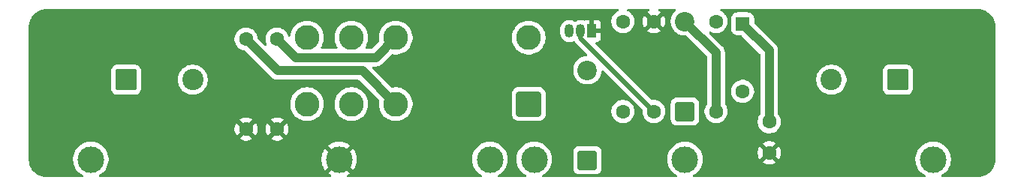
<source format=gbl>
%TF.GenerationSoftware,KiCad,Pcbnew,9.0.2-9.0.2-0~ubuntu22.04.1*%
%TF.CreationDate,2025-06-09T10:54:34+02:00*%
%TF.ProjectId,safety_board_Rev-A,73616665-7479-45f6-926f-6172645f5265,rev?*%
%TF.SameCoordinates,Original*%
%TF.FileFunction,Copper,L2,Bot*%
%TF.FilePolarity,Positive*%
%FSLAX46Y46*%
G04 Gerber Fmt 4.6, Leading zero omitted, Abs format (unit mm)*
G04 Created by KiCad (PCBNEW 9.0.2-9.0.2-0~ubuntu22.04.1) date 2025-06-09 10:54:34*
%MOMM*%
%LPD*%
G01*
G04 APERTURE LIST*
G04 Aperture macros list*
%AMRoundRect*
0 Rectangle with rounded corners*
0 $1 Rounding radius*
0 $2 $3 $4 $5 $6 $7 $8 $9 X,Y pos of 4 corners*
0 Add a 4 corners polygon primitive as box body*
4,1,4,$2,$3,$4,$5,$6,$7,$8,$9,$2,$3,0*
0 Add four circle primitives for the rounded corners*
1,1,$1+$1,$2,$3*
1,1,$1+$1,$4,$5*
1,1,$1+$1,$6,$7*
1,1,$1+$1,$8,$9*
0 Add four rect primitives between the rounded corners*
20,1,$1+$1,$2,$3,$4,$5,0*
20,1,$1+$1,$4,$5,$6,$7,0*
20,1,$1+$1,$6,$7,$8,$9,0*
20,1,$1+$1,$8,$9,$2,$3,0*%
G04 Aperture macros list end*
%TA.AperFunction,ComponentPad*%
%ADD10C,1.600000*%
%TD*%
%TA.AperFunction,ComponentPad*%
%ADD11C,3.600000*%
%TD*%
%TA.AperFunction,ConnectorPad*%
%ADD12C,5.600000*%
%TD*%
%TA.AperFunction,ComponentPad*%
%ADD13RoundRect,0.250000X-0.550000X0.550000X-0.550000X-0.550000X0.550000X-0.550000X0.550000X0.550000X0*%
%TD*%
%TA.AperFunction,ComponentPad*%
%ADD14R,1.050000X1.500000*%
%TD*%
%TA.AperFunction,ComponentPad*%
%ADD15O,1.050000X1.500000*%
%TD*%
%TA.AperFunction,ComponentPad*%
%ADD16C,2.800000*%
%TD*%
%TA.AperFunction,ComponentPad*%
%ADD17RoundRect,0.250000X1.150000X1.150000X-1.150000X1.150000X-1.150000X-1.150000X1.150000X-1.150000X0*%
%TD*%
%TA.AperFunction,ComponentPad*%
%ADD18C,3.000000*%
%TD*%
%TA.AperFunction,ComponentPad*%
%ADD19RoundRect,0.249999X0.850001X-0.850001X0.850001X0.850001X-0.850001X0.850001X-0.850001X-0.850001X0*%
%TD*%
%TA.AperFunction,ComponentPad*%
%ADD20C,2.200000*%
%TD*%
%TA.AperFunction,ComponentPad*%
%ADD21RoundRect,0.250001X-0.949999X-0.949999X0.949999X-0.949999X0.949999X0.949999X-0.949999X0.949999X0*%
%TD*%
%TA.AperFunction,ComponentPad*%
%ADD22C,2.400000*%
%TD*%
%TA.AperFunction,ComponentPad*%
%ADD23RoundRect,0.250001X0.949999X0.949999X-0.949999X0.949999X-0.949999X-0.949999X0.949999X-0.949999X0*%
%TD*%
%TA.AperFunction,Conductor*%
%ADD24C,1.000000*%
%TD*%
%TA.AperFunction,Conductor*%
%ADD25C,0.500000*%
%TD*%
G04 APERTURE END LIST*
D10*
%TO.P,R5,2*%
%TO.N,Net-(D2-K)*%
X173000000Y-94420000D03*
%TO.P,R5,1*%
%TO.N,Net-(D4-A)*%
X173000000Y-104580000D03*
%TD*%
D11*
%TO.P,H2,1,1*%
%TO.N,GND*%
X98500000Y-102500000D03*
D12*
X98500000Y-102500000D03*
%TD*%
D11*
%TO.P,H1,1,1*%
%TO.N,GND*%
X201500000Y-102500000D03*
D12*
X201500000Y-102500000D03*
%TD*%
D13*
%TO.P,D2,1,K*%
%TO.N,Net-(D2-K)*%
X176000000Y-94690000D03*
D10*
%TO.P,D2,2,A*%
%TO.N,Net-(D2-A)*%
X176000000Y-102310000D03*
%TD*%
%TO.P,R4,1*%
%TO.N,GND*%
X166000000Y-94420000D03*
%TO.P,R4,2*%
%TO.N,Net-(D2-A)*%
X166000000Y-104580000D03*
%TD*%
%TO.P,R3,1*%
%TO.N,Net-(D1-K)*%
X162500000Y-104580000D03*
%TO.P,R3,2*%
%TO.N,Net-(D2-K)*%
X162500000Y-94420000D03*
%TD*%
%TO.P,R2,1*%
%TO.N,Net-(K1-Pad22)*%
X123500000Y-96420000D03*
%TO.P,R2,2*%
%TO.N,GND*%
X123500000Y-106580000D03*
%TD*%
%TO.P,R1,1*%
%TO.N,Net-(K1-Pad12)*%
X120000000Y-96420000D03*
%TO.P,R1,2*%
%TO.N,GND*%
X120000000Y-106580000D03*
%TD*%
D14*
%TO.P,Q1,1,S*%
%TO.N,GND*%
X159000000Y-95500000D03*
D15*
%TO.P,Q1,2,G*%
%TO.N,Net-(D2-A)*%
X157730000Y-95500000D03*
%TO.P,Q1,3,D*%
%TO.N,Net-(D1-A)*%
X156460000Y-95500000D03*
%TD*%
D16*
%TO.P,K1,11*%
%TO.N,Net-(C6-Pad2)*%
X131877795Y-103750000D03*
%TO.P,K1,12*%
%TO.N,Net-(K1-Pad12)*%
X136877795Y-103750000D03*
%TO.P,K1,14*%
%TO.N,Net-(J9-Pin_1)*%
X126877795Y-103750000D03*
%TO.P,K1,21*%
%TO.N,Net-(C2-Pad2)*%
X131877795Y-96250000D03*
%TO.P,K1,22*%
%TO.N,Net-(K1-Pad22)*%
X136877795Y-96250000D03*
%TO.P,K1,24*%
%TO.N,Net-(J8-Pin_1)*%
X126877795Y-96250000D03*
D17*
%TO.P,K1,A1*%
%TO.N,Net-(D1-K)*%
X151877795Y-103750000D03*
D16*
%TO.P,K1,A2*%
%TO.N,Net-(D1-A)*%
X151877795Y-96250000D03*
%TD*%
D18*
%TO.P,J9,1,Pin_1*%
%TO.N,Net-(J9-Pin_1)*%
X147500000Y-110000000D03*
%TD*%
%TO.P,J8,1,Pin_1*%
%TO.N,Net-(J8-Pin_1)*%
X152500000Y-110000000D03*
%TD*%
%TO.P,J6,1,Pin_1*%
%TO.N,GND*%
X130500000Y-110000000D03*
%TD*%
%TO.P,J4,1,Pin_1*%
%TO.N,Net-(J4-Pin_1)*%
X197500000Y-110000000D03*
%TD*%
%TO.P,J2,1,Pin_1*%
%TO.N,Net-(J2-Pin_1)*%
X102500000Y-110000000D03*
%TD*%
%TO.P,J1,1,Pin_1*%
%TO.N,Net-(D1-K)*%
X169500000Y-110000000D03*
%TD*%
D19*
%TO.P,D4,1,K*%
%TO.N,Net-(D1-K)*%
X169500000Y-104580000D03*
D20*
%TO.P,D4,2,A*%
%TO.N,Net-(D4-A)*%
X169500000Y-94420000D03*
%TD*%
D19*
%TO.P,D1,1,K*%
%TO.N,Net-(D1-K)*%
X158500000Y-110080000D03*
D20*
%TO.P,D1,2,A*%
%TO.N,Net-(D1-A)*%
X158500000Y-99920000D03*
%TD*%
D21*
%TO.P,C6,1*%
%TO.N,Net-(J2-Pin_1)*%
X106487246Y-101000000D03*
D22*
%TO.P,C6,2*%
%TO.N,Net-(C6-Pad2)*%
X113987246Y-101000000D03*
%TD*%
D23*
%TO.P,C2,1*%
%TO.N,Net-(J4-Pin_1)*%
X193512755Y-101000000D03*
D22*
%TO.P,C2,2*%
%TO.N,Net-(C2-Pad2)*%
X186012755Y-101000000D03*
%TD*%
D10*
%TO.P,C1,1*%
%TO.N,Net-(D2-K)*%
X179000000Y-105750000D03*
%TO.P,C1,2*%
%TO.N,GND*%
X179000000Y-109250000D03*
%TD*%
D24*
%TO.N,Net-(D4-A)*%
X173000000Y-104580000D02*
X173000000Y-97920000D01*
X173000000Y-97920000D02*
X169500000Y-94420000D01*
D25*
%TO.N,Net-(D2-A)*%
X157730000Y-95500000D02*
X157730000Y-96310000D01*
X157730000Y-96310000D02*
X166000000Y-104580000D01*
D24*
%TO.N,Net-(K1-Pad22)*%
X123500000Y-96420000D02*
X125580000Y-98500000D01*
X125580000Y-98500000D02*
X134627795Y-98500000D01*
X134627795Y-98500000D02*
X136877795Y-96250000D01*
%TO.N,Net-(K1-Pad12)*%
X120000000Y-96420000D02*
X123580000Y-100000000D01*
X123580000Y-100000000D02*
X133127795Y-100000000D01*
X133127795Y-100000000D02*
X136877795Y-103750000D01*
%TO.N,Net-(D2-K)*%
X179000000Y-105750000D02*
X179000000Y-97690000D01*
X179000000Y-97690000D02*
X176000000Y-94690000D01*
%TD*%
%TA.AperFunction,Conductor*%
%TO.N,GND*%
G36*
X161910943Y-93002294D02*
G01*
X161917205Y-93001119D01*
X161944064Y-93012020D01*
X161971870Y-93020185D01*
X161976040Y-93024998D01*
X161981946Y-93027395D01*
X161998651Y-93051092D01*
X162017625Y-93072989D01*
X162018531Y-93079292D01*
X162022203Y-93084501D01*
X162023444Y-93113460D01*
X162027569Y-93142147D01*
X162024922Y-93147942D01*
X162025195Y-93154307D01*
X162010585Y-93179336D01*
X161998544Y-93205703D01*
X161992378Y-93210527D01*
X161989973Y-93214649D01*
X161961126Y-93234985D01*
X161818386Y-93307715D01*
X161652786Y-93428028D01*
X161508028Y-93572786D01*
X161387715Y-93738386D01*
X161294781Y-93920776D01*
X161231522Y-94115465D01*
X161199500Y-94317648D01*
X161199500Y-94522351D01*
X161231522Y-94724534D01*
X161294781Y-94919223D01*
X161353457Y-95034379D01*
X161387585Y-95101359D01*
X161387715Y-95101613D01*
X161508028Y-95267213D01*
X161652786Y-95411971D01*
X161772721Y-95499107D01*
X161818390Y-95532287D01*
X161934607Y-95591503D01*
X162000776Y-95625218D01*
X162000778Y-95625218D01*
X162000781Y-95625220D01*
X162060873Y-95644745D01*
X162195465Y-95688477D01*
X162296557Y-95704488D01*
X162397648Y-95720500D01*
X162397649Y-95720500D01*
X162602351Y-95720500D01*
X162602352Y-95720500D01*
X162804534Y-95688477D01*
X162999219Y-95625220D01*
X163181610Y-95532287D01*
X163296927Y-95448505D01*
X163347213Y-95411971D01*
X163347215Y-95411968D01*
X163347219Y-95411966D01*
X163491966Y-95267219D01*
X163491968Y-95267215D01*
X163491971Y-95267213D01*
X163576726Y-95150556D01*
X163612287Y-95101610D01*
X163705220Y-94919219D01*
X163768477Y-94724534D01*
X163800500Y-94522352D01*
X163800500Y-94317648D01*
X163798757Y-94306645D01*
X163768477Y-94115465D01*
X163706019Y-93923241D01*
X163705220Y-93920781D01*
X163705218Y-93920778D01*
X163705218Y-93920776D01*
X163654210Y-93820668D01*
X163612287Y-93738390D01*
X163580092Y-93694077D01*
X163491971Y-93572786D01*
X163347213Y-93428028D01*
X163181613Y-93307715D01*
X163181612Y-93307714D01*
X163181610Y-93307713D01*
X163089983Y-93261026D01*
X163038874Y-93234985D01*
X162988078Y-93187010D01*
X162971283Y-93119189D01*
X162993821Y-93053054D01*
X163048536Y-93009603D01*
X163095169Y-93000500D01*
X165405932Y-93000500D01*
X165472971Y-93020185D01*
X165518726Y-93072989D01*
X165528670Y-93142147D01*
X165499645Y-93205703D01*
X165462227Y-93234985D01*
X165318644Y-93308143D01*
X165274077Y-93340523D01*
X165274077Y-93340524D01*
X165953554Y-94020000D01*
X165947339Y-94020000D01*
X165845606Y-94047259D01*
X165754394Y-94099920D01*
X165679920Y-94174394D01*
X165627259Y-94265606D01*
X165600000Y-94367339D01*
X165600000Y-94373553D01*
X164920524Y-93694077D01*
X164920523Y-93694077D01*
X164888143Y-93738644D01*
X164795244Y-93920968D01*
X164732009Y-94115582D01*
X164700000Y-94317682D01*
X164700000Y-94522317D01*
X164732009Y-94724417D01*
X164795244Y-94919031D01*
X164888141Y-95101350D01*
X164888147Y-95101359D01*
X164920523Y-95145921D01*
X164920524Y-95145922D01*
X165600000Y-94466446D01*
X165600000Y-94472661D01*
X165627259Y-94574394D01*
X165679920Y-94665606D01*
X165754394Y-94740080D01*
X165845606Y-94792741D01*
X165947339Y-94820000D01*
X165953553Y-94820000D01*
X165274076Y-95499474D01*
X165318650Y-95531859D01*
X165500968Y-95624755D01*
X165695582Y-95687990D01*
X165897683Y-95720000D01*
X166102317Y-95720000D01*
X166304417Y-95687990D01*
X166499031Y-95624755D01*
X166681349Y-95531859D01*
X166725921Y-95499474D01*
X166046447Y-94820000D01*
X166052661Y-94820000D01*
X166154394Y-94792741D01*
X166245606Y-94740080D01*
X166320080Y-94665606D01*
X166372741Y-94574394D01*
X166400000Y-94472661D01*
X166400000Y-94466447D01*
X167079474Y-95145921D01*
X167111859Y-95101349D01*
X167204755Y-94919031D01*
X167267990Y-94724417D01*
X167300000Y-94522317D01*
X167300000Y-94317682D01*
X167267990Y-94115582D01*
X167204755Y-93920968D01*
X167111859Y-93738650D01*
X167079474Y-93694077D01*
X167079474Y-93694076D01*
X166400000Y-94373551D01*
X166400000Y-94367339D01*
X166372741Y-94265606D01*
X166320080Y-94174394D01*
X166245606Y-94099920D01*
X166154394Y-94047259D01*
X166052661Y-94020000D01*
X166046446Y-94020000D01*
X166725922Y-93340524D01*
X166725921Y-93340523D01*
X166681359Y-93308147D01*
X166681350Y-93308141D01*
X166537773Y-93234985D01*
X166486977Y-93187010D01*
X166470182Y-93119189D01*
X166492719Y-93053055D01*
X166547434Y-93009603D01*
X166594068Y-93000500D01*
X168356689Y-93000500D01*
X168423728Y-93020185D01*
X168469483Y-93072989D01*
X168479427Y-93142147D01*
X168450402Y-93205703D01*
X168444370Y-93212181D01*
X168279205Y-93377345D01*
X168279201Y-93377350D01*
X168131132Y-93581151D01*
X168016760Y-93805616D01*
X167938910Y-94045214D01*
X167927784Y-94115460D01*
X167899500Y-94294038D01*
X167899500Y-94545962D01*
X167911430Y-94621282D01*
X167938910Y-94794785D01*
X168016760Y-95034383D01*
X168073592Y-95145921D01*
X168126623Y-95250000D01*
X168131132Y-95258848D01*
X168279201Y-95462649D01*
X168279205Y-95462654D01*
X168457345Y-95640794D01*
X168457350Y-95640798D01*
X168591675Y-95738390D01*
X168661155Y-95788870D01*
X168804184Y-95861747D01*
X168885616Y-95903239D01*
X168885618Y-95903239D01*
X168885621Y-95903241D01*
X169125215Y-95981090D01*
X169374038Y-96020500D01*
X169374039Y-96020500D01*
X169630834Y-96020500D01*
X169630834Y-96022030D01*
X169692577Y-96034976D01*
X169721651Y-96056571D01*
X171963181Y-98298101D01*
X171996666Y-98359424D01*
X171999500Y-98385782D01*
X171999500Y-103704237D01*
X171979815Y-103771276D01*
X171975818Y-103777122D01*
X171887715Y-103898386D01*
X171794781Y-104080776D01*
X171731522Y-104275465D01*
X171699500Y-104477648D01*
X171699500Y-104682351D01*
X171731522Y-104884534D01*
X171794781Y-105079223D01*
X171858691Y-105204653D01*
X171882195Y-105250781D01*
X171887715Y-105261613D01*
X172008028Y-105427213D01*
X172152786Y-105571971D01*
X172307749Y-105684556D01*
X172318390Y-105692287D01*
X172430347Y-105749332D01*
X172500776Y-105785218D01*
X172500778Y-105785218D01*
X172500781Y-105785220D01*
X172605137Y-105819127D01*
X172695465Y-105848477D01*
X172730822Y-105854077D01*
X172897648Y-105880500D01*
X172897649Y-105880500D01*
X173102351Y-105880500D01*
X173102352Y-105880500D01*
X173304534Y-105848477D01*
X173499219Y-105785220D01*
X173681610Y-105692287D01*
X173783883Y-105617982D01*
X173847213Y-105571971D01*
X173847215Y-105571968D01*
X173847219Y-105571966D01*
X173991966Y-105427219D01*
X173991968Y-105427215D01*
X173991971Y-105427213D01*
X174075670Y-105312009D01*
X174112287Y-105261610D01*
X174205220Y-105079219D01*
X174268477Y-104884534D01*
X174300500Y-104682352D01*
X174300500Y-104477648D01*
X174299728Y-104472776D01*
X174268477Y-104275465D01*
X174239127Y-104185137D01*
X174205220Y-104080781D01*
X174205218Y-104080778D01*
X174205218Y-104080776D01*
X174171503Y-104014607D01*
X174112287Y-103898390D01*
X174094972Y-103874558D01*
X174024182Y-103777122D01*
X174000702Y-103711316D01*
X174000500Y-103704237D01*
X174000500Y-102207648D01*
X174699500Y-102207648D01*
X174699500Y-102412351D01*
X174731522Y-102614534D01*
X174794781Y-102809223D01*
X174844919Y-102907623D01*
X174886893Y-102990001D01*
X174887715Y-102991613D01*
X175008028Y-103157213D01*
X175152786Y-103301971D01*
X175302396Y-103410667D01*
X175318390Y-103422287D01*
X175434607Y-103481503D01*
X175500776Y-103515218D01*
X175500778Y-103515218D01*
X175500781Y-103515220D01*
X175605137Y-103549127D01*
X175695465Y-103578477D01*
X175796557Y-103594488D01*
X175897648Y-103610500D01*
X175897649Y-103610500D01*
X176102351Y-103610500D01*
X176102352Y-103610500D01*
X176304534Y-103578477D01*
X176499219Y-103515220D01*
X176681610Y-103422287D01*
X176774590Y-103354732D01*
X176847213Y-103301971D01*
X176847215Y-103301968D01*
X176847219Y-103301966D01*
X176991966Y-103157219D01*
X176991968Y-103157215D01*
X176991971Y-103157213D01*
X177073362Y-103045186D01*
X177112287Y-102991610D01*
X177205220Y-102809219D01*
X177268477Y-102614534D01*
X177300500Y-102412352D01*
X177300500Y-102207648D01*
X177288414Y-102131342D01*
X177268477Y-102005465D01*
X177228559Y-101882611D01*
X177205220Y-101810781D01*
X177205218Y-101810778D01*
X177205218Y-101810776D01*
X177171503Y-101744607D01*
X177112287Y-101628390D01*
X177104556Y-101617749D01*
X176991971Y-101462786D01*
X176847213Y-101318028D01*
X176681613Y-101197715D01*
X176681612Y-101197714D01*
X176681610Y-101197713D01*
X176624653Y-101168691D01*
X176499223Y-101104781D01*
X176304534Y-101041522D01*
X176129995Y-101013878D01*
X176102352Y-101009500D01*
X175897648Y-101009500D01*
X175873329Y-101013351D01*
X175695465Y-101041522D01*
X175500776Y-101104781D01*
X175318386Y-101197715D01*
X175152786Y-101318028D01*
X175008028Y-101462786D01*
X174887715Y-101628386D01*
X174794781Y-101810776D01*
X174731522Y-102005465D01*
X174699500Y-102207648D01*
X174000500Y-102207648D01*
X174000500Y-97821458D01*
X173993952Y-97788542D01*
X173993952Y-97788540D01*
X173974048Y-97688477D01*
X173962051Y-97628164D01*
X173948912Y-97596444D01*
X173909171Y-97500499D01*
X173886635Y-97446092D01*
X173886628Y-97446079D01*
X173777140Y-97282219D01*
X173711000Y-97216079D01*
X173637782Y-97142861D01*
X173637781Y-97142860D01*
X172278311Y-95783390D01*
X172244827Y-95722069D01*
X172249811Y-95652377D01*
X172291683Y-95596444D01*
X172357147Y-95572027D01*
X172422288Y-95585226D01*
X172500776Y-95625218D01*
X172500778Y-95625218D01*
X172500781Y-95625220D01*
X172560873Y-95644745D01*
X172695465Y-95688477D01*
X172796557Y-95704488D01*
X172897648Y-95720500D01*
X172897649Y-95720500D01*
X173102351Y-95720500D01*
X173102352Y-95720500D01*
X173304534Y-95688477D01*
X173499219Y-95625220D01*
X173681610Y-95532287D01*
X173796927Y-95448505D01*
X173847213Y-95411971D01*
X173847215Y-95411968D01*
X173847219Y-95411966D01*
X173991966Y-95267219D01*
X173991968Y-95267215D01*
X173991971Y-95267213D01*
X174076726Y-95150556D01*
X174112287Y-95101610D01*
X174205220Y-94919219D01*
X174268477Y-94724534D01*
X174300500Y-94522352D01*
X174300500Y-94317648D01*
X174268477Y-94115466D01*
X174260197Y-94089983D01*
X174699500Y-94089983D01*
X174699500Y-95290001D01*
X174699501Y-95290018D01*
X174710000Y-95392796D01*
X174710001Y-95392799D01*
X174756223Y-95532287D01*
X174765186Y-95559334D01*
X174857288Y-95708656D01*
X174981344Y-95832712D01*
X175130666Y-95924814D01*
X175297203Y-95979999D01*
X175399991Y-95990500D01*
X175834217Y-95990499D01*
X175901256Y-96010183D01*
X175921898Y-96026818D01*
X177963181Y-98068101D01*
X177996666Y-98129424D01*
X177999500Y-98155782D01*
X177999500Y-104874237D01*
X177979815Y-104941276D01*
X177975818Y-104947122D01*
X177887715Y-105068386D01*
X177794781Y-105250776D01*
X177731522Y-105445465D01*
X177699500Y-105647648D01*
X177699500Y-105852351D01*
X177731522Y-106054534D01*
X177794781Y-106249223D01*
X177887715Y-106431613D01*
X178008028Y-106597213D01*
X178152786Y-106741971D01*
X178307749Y-106854556D01*
X178318390Y-106862287D01*
X178434607Y-106921503D01*
X178500776Y-106955218D01*
X178500778Y-106955218D01*
X178500781Y-106955220D01*
X178577046Y-106980000D01*
X178695465Y-107018477D01*
X178796557Y-107034488D01*
X178897648Y-107050500D01*
X178897649Y-107050500D01*
X179102351Y-107050500D01*
X179102352Y-107050500D01*
X179304534Y-107018477D01*
X179499219Y-106955220D01*
X179681610Y-106862287D01*
X179774590Y-106794732D01*
X179847213Y-106741971D01*
X179847215Y-106741968D01*
X179847219Y-106741966D01*
X179991966Y-106597219D01*
X179991968Y-106597215D01*
X179991971Y-106597213D01*
X180078814Y-106477682D01*
X180112287Y-106431610D01*
X180205220Y-106249219D01*
X180268477Y-106054534D01*
X180300500Y-105852352D01*
X180300500Y-105647648D01*
X180268477Y-105445465D01*
X180214714Y-105280000D01*
X180205220Y-105250781D01*
X180205218Y-105250778D01*
X180205218Y-105250776D01*
X180170140Y-105181933D01*
X180112287Y-105068390D01*
X180099654Y-105051003D01*
X180024182Y-104947122D01*
X180000702Y-104881316D01*
X180000500Y-104874237D01*
X180000500Y-100888549D01*
X184312255Y-100888549D01*
X184312255Y-101111450D01*
X184312256Y-101111466D01*
X184341349Y-101332452D01*
X184341350Y-101332457D01*
X184341351Y-101332463D01*
X184391735Y-101520500D01*
X184399045Y-101547780D01*
X184399048Y-101547790D01*
X184432434Y-101628390D01*
X184484350Y-101753726D01*
X184595807Y-101946774D01*
X184595812Y-101946780D01*
X184595813Y-101946782D01*
X184731506Y-102123622D01*
X184731512Y-102123629D01*
X184889125Y-102281242D01*
X184889132Y-102281248D01*
X184937115Y-102318066D01*
X185065981Y-102416948D01*
X185259029Y-102528405D01*
X185464974Y-102613710D01*
X185680292Y-102671404D01*
X185901298Y-102700500D01*
X185901305Y-102700500D01*
X186124205Y-102700500D01*
X186124212Y-102700500D01*
X186345218Y-102671404D01*
X186560536Y-102613710D01*
X186766481Y-102528405D01*
X186959529Y-102416948D01*
X187136379Y-102281247D01*
X187294002Y-102123624D01*
X187429703Y-101946774D01*
X187541160Y-101753726D01*
X187626465Y-101547781D01*
X187684159Y-101332463D01*
X187713255Y-101111457D01*
X187713255Y-100888543D01*
X187684159Y-100667537D01*
X187626465Y-100452219D01*
X187541160Y-100246274D01*
X187429703Y-100053226D01*
X187388849Y-99999984D01*
X191812255Y-99999984D01*
X191812255Y-102000015D01*
X191822755Y-102102795D01*
X191822756Y-102102797D01*
X191829659Y-102123629D01*
X191877941Y-102269335D01*
X191877942Y-102269337D01*
X191970041Y-102418651D01*
X191970044Y-102418655D01*
X192094099Y-102542710D01*
X192094103Y-102542713D01*
X192243417Y-102634812D01*
X192243419Y-102634813D01*
X192243421Y-102634814D01*
X192409958Y-102689999D01*
X192512747Y-102700500D01*
X192512752Y-102700500D01*
X194512758Y-102700500D01*
X194512763Y-102700500D01*
X194615552Y-102689999D01*
X194782089Y-102634814D01*
X194931410Y-102542711D01*
X195055466Y-102418655D01*
X195147569Y-102269334D01*
X195202754Y-102102797D01*
X195213255Y-102000008D01*
X195213255Y-99999992D01*
X195202754Y-99897203D01*
X195147569Y-99730666D01*
X195140223Y-99718757D01*
X195055468Y-99581348D01*
X195055465Y-99581344D01*
X194931410Y-99457289D01*
X194931406Y-99457286D01*
X194782092Y-99365187D01*
X194782090Y-99365186D01*
X194671662Y-99328594D01*
X194615552Y-99310001D01*
X194615550Y-99310000D01*
X194512770Y-99299500D01*
X194512763Y-99299500D01*
X192512747Y-99299500D01*
X192512739Y-99299500D01*
X192409959Y-99310000D01*
X192409958Y-99310001D01*
X192243419Y-99365186D01*
X192243417Y-99365187D01*
X192094103Y-99457286D01*
X192094099Y-99457289D01*
X191970044Y-99581344D01*
X191970041Y-99581348D01*
X191877942Y-99730662D01*
X191877941Y-99730664D01*
X191822756Y-99897203D01*
X191822755Y-99897204D01*
X191812255Y-99999984D01*
X187388849Y-99999984D01*
X187294002Y-99876376D01*
X187293997Y-99876370D01*
X187136384Y-99718757D01*
X187136377Y-99718751D01*
X186959537Y-99583058D01*
X186959535Y-99583057D01*
X186959529Y-99583052D01*
X186766481Y-99471595D01*
X186766479Y-99471594D01*
X186766477Y-99471593D01*
X186560545Y-99386293D01*
X186560538Y-99386291D01*
X186560536Y-99386290D01*
X186345218Y-99328596D01*
X186345212Y-99328595D01*
X186345207Y-99328594D01*
X186124221Y-99299501D01*
X186124218Y-99299500D01*
X186124212Y-99299500D01*
X185901298Y-99299500D01*
X185901292Y-99299500D01*
X185901288Y-99299501D01*
X185680302Y-99328594D01*
X185680295Y-99328595D01*
X185680292Y-99328596D01*
X185543736Y-99365186D01*
X185464974Y-99386290D01*
X185464964Y-99386293D01*
X185259032Y-99471593D01*
X185259030Y-99471594D01*
X185259029Y-99471595D01*
X185208417Y-99500816D01*
X185065981Y-99583052D01*
X185065972Y-99583058D01*
X184889132Y-99718751D01*
X184889125Y-99718757D01*
X184731512Y-99876370D01*
X184731506Y-99876377D01*
X184595813Y-100053217D01*
X184595807Y-100053226D01*
X184484350Y-100246273D01*
X184484348Y-100246277D01*
X184399048Y-100452209D01*
X184399045Y-100452219D01*
X184341352Y-100667534D01*
X184341349Y-100667547D01*
X184312256Y-100888533D01*
X184312255Y-100888549D01*
X180000500Y-100888549D01*
X180000500Y-97591458D01*
X180000499Y-97591457D01*
X179988730Y-97532287D01*
X179962052Y-97398165D01*
X179886632Y-97216086D01*
X179886631Y-97216085D01*
X179886628Y-97216079D01*
X179777140Y-97052219D01*
X179777137Y-97052215D01*
X177336818Y-94611897D01*
X177303333Y-94550574D01*
X177300499Y-94524216D01*
X177300499Y-94089998D01*
X177300498Y-94089981D01*
X177289999Y-93987203D01*
X177289998Y-93987200D01*
X177267987Y-93920776D01*
X177234814Y-93820666D01*
X177142712Y-93671344D01*
X177018656Y-93547288D01*
X176869334Y-93455186D01*
X176702797Y-93400001D01*
X176702795Y-93400000D01*
X176600010Y-93389500D01*
X175399998Y-93389500D01*
X175399981Y-93389501D01*
X175297203Y-93400000D01*
X175297200Y-93400001D01*
X175130668Y-93455185D01*
X175130663Y-93455187D01*
X174981342Y-93547289D01*
X174857289Y-93671342D01*
X174765187Y-93820663D01*
X174765186Y-93820666D01*
X174710001Y-93987203D01*
X174710001Y-93987204D01*
X174710000Y-93987204D01*
X174699500Y-94089983D01*
X174260197Y-94089983D01*
X174205220Y-93920781D01*
X174205218Y-93920778D01*
X174205218Y-93920776D01*
X174154210Y-93820668D01*
X174112287Y-93738390D01*
X174080092Y-93694077D01*
X173991971Y-93572786D01*
X173847213Y-93428028D01*
X173681613Y-93307715D01*
X173681612Y-93307714D01*
X173681610Y-93307713D01*
X173589983Y-93261026D01*
X173538874Y-93234985D01*
X173488078Y-93187010D01*
X173471283Y-93119189D01*
X173493821Y-93053054D01*
X173548536Y-93009603D01*
X173595169Y-93000500D01*
X202434108Y-93000500D01*
X202495933Y-93000500D01*
X202504043Y-93000765D01*
X202752895Y-93017075D01*
X202768953Y-93019190D01*
X202939198Y-93053054D01*
X203009535Y-93067045D01*
X203025202Y-93071243D01*
X203194947Y-93128863D01*
X203257481Y-93150091D01*
X203272458Y-93156294D01*
X203391056Y-93214780D01*
X203492460Y-93264787D01*
X203506508Y-93272897D01*
X203710464Y-93409177D01*
X203723325Y-93419045D01*
X203838040Y-93519648D01*
X203907749Y-93580781D01*
X203919218Y-93592250D01*
X204080951Y-93776671D01*
X204090825Y-93789539D01*
X204227102Y-93993492D01*
X204235212Y-94007539D01*
X204343702Y-94227534D01*
X204349909Y-94242520D01*
X204428756Y-94474797D01*
X204432954Y-94490464D01*
X204480807Y-94731035D01*
X204482925Y-94747116D01*
X204486049Y-94794785D01*
X204499121Y-94994225D01*
X204499235Y-94995956D01*
X204499500Y-95004066D01*
X204499500Y-109995933D01*
X204499235Y-110004043D01*
X204482925Y-110252883D01*
X204480807Y-110268964D01*
X204432954Y-110509535D01*
X204428756Y-110525202D01*
X204349909Y-110757479D01*
X204343702Y-110772465D01*
X204235212Y-110992460D01*
X204227102Y-111006507D01*
X204090825Y-111210460D01*
X204080951Y-111223328D01*
X203919218Y-111407749D01*
X203907749Y-111419218D01*
X203723328Y-111580951D01*
X203710460Y-111590825D01*
X203506507Y-111727102D01*
X203492460Y-111735212D01*
X203272465Y-111843702D01*
X203257479Y-111849909D01*
X203025202Y-111928756D01*
X203009535Y-111932954D01*
X202768964Y-111980807D01*
X202752883Y-111982925D01*
X202504043Y-111999235D01*
X202495933Y-111999500D01*
X198500538Y-111999500D01*
X198433499Y-111979815D01*
X198387744Y-111927011D01*
X198377800Y-111857853D01*
X198406825Y-111794297D01*
X198438538Y-111768113D01*
X198613803Y-111666924D01*
X198614357Y-111666499D01*
X198821851Y-111507282D01*
X198821855Y-111507277D01*
X198821860Y-111507274D01*
X199007274Y-111321860D01*
X199007277Y-111321855D01*
X199007282Y-111321851D01*
X199166924Y-111113803D01*
X199298043Y-110886697D01*
X199398398Y-110644419D01*
X199466270Y-110391116D01*
X199500500Y-110131120D01*
X199500500Y-109868880D01*
X199466270Y-109608884D01*
X199398398Y-109355581D01*
X199376478Y-109302661D01*
X199298046Y-109113309D01*
X199298041Y-109113299D01*
X199166924Y-108886196D01*
X199007281Y-108678148D01*
X199007274Y-108678140D01*
X198821860Y-108492726D01*
X198821851Y-108492718D01*
X198613803Y-108333075D01*
X198386700Y-108201958D01*
X198386690Y-108201953D01*
X198144428Y-108101605D01*
X198144421Y-108101603D01*
X198144419Y-108101602D01*
X197891116Y-108033730D01*
X197833339Y-108026123D01*
X197631127Y-107999500D01*
X197631120Y-107999500D01*
X197368880Y-107999500D01*
X197368872Y-107999500D01*
X197137772Y-108029926D01*
X197108884Y-108033730D01*
X196855581Y-108101602D01*
X196855571Y-108101605D01*
X196613309Y-108201953D01*
X196613299Y-108201958D01*
X196386196Y-108333075D01*
X196178148Y-108492718D01*
X195992718Y-108678148D01*
X195833075Y-108886196D01*
X195701958Y-109113299D01*
X195701953Y-109113309D01*
X195601605Y-109355571D01*
X195601602Y-109355581D01*
X195533730Y-109608884D01*
X195533716Y-109608990D01*
X195499500Y-109868872D01*
X195499500Y-110131127D01*
X195517648Y-110268964D01*
X195533730Y-110391116D01*
X195567597Y-110517509D01*
X195601602Y-110644418D01*
X195601605Y-110644428D01*
X195701953Y-110886690D01*
X195701958Y-110886700D01*
X195833075Y-111113803D01*
X195992718Y-111321851D01*
X195992726Y-111321860D01*
X196178140Y-111507274D01*
X196178148Y-111507281D01*
X196386196Y-111666924D01*
X196561462Y-111768113D01*
X196609677Y-111818680D01*
X196622901Y-111887287D01*
X196596933Y-111952151D01*
X196540019Y-111992680D01*
X196499462Y-111999500D01*
X170500538Y-111999500D01*
X170433499Y-111979815D01*
X170387744Y-111927011D01*
X170377800Y-111857853D01*
X170406825Y-111794297D01*
X170438538Y-111768113D01*
X170613803Y-111666924D01*
X170614357Y-111666499D01*
X170821851Y-111507282D01*
X170821855Y-111507277D01*
X170821860Y-111507274D01*
X171007274Y-111321860D01*
X171007277Y-111321855D01*
X171007282Y-111321851D01*
X171166924Y-111113803D01*
X171298043Y-110886697D01*
X171398398Y-110644419D01*
X171466270Y-110391116D01*
X171500500Y-110131120D01*
X171500500Y-109868880D01*
X171466270Y-109608884D01*
X171398398Y-109355581D01*
X171376478Y-109302661D01*
X171329924Y-109190269D01*
X171312284Y-109147682D01*
X177700000Y-109147682D01*
X177700000Y-109352317D01*
X177732009Y-109554417D01*
X177795244Y-109749031D01*
X177888141Y-109931350D01*
X177888147Y-109931359D01*
X177920523Y-109975921D01*
X177920524Y-109975922D01*
X178600000Y-109296446D01*
X178600000Y-109302661D01*
X178627259Y-109404394D01*
X178679920Y-109495606D01*
X178754394Y-109570080D01*
X178845606Y-109622741D01*
X178947339Y-109650000D01*
X178953553Y-109650000D01*
X178274076Y-110329474D01*
X178318650Y-110361859D01*
X178500968Y-110454755D01*
X178695582Y-110517990D01*
X178897683Y-110550000D01*
X179102317Y-110550000D01*
X179304417Y-110517990D01*
X179499031Y-110454755D01*
X179681349Y-110361859D01*
X179725921Y-110329474D01*
X179046447Y-109650000D01*
X179052661Y-109650000D01*
X179154394Y-109622741D01*
X179245606Y-109570080D01*
X179320080Y-109495606D01*
X179372741Y-109404394D01*
X179400000Y-109302661D01*
X179400000Y-109296448D01*
X180079474Y-109975922D01*
X180079474Y-109975921D01*
X180111859Y-109931349D01*
X180204755Y-109749031D01*
X180267990Y-109554417D01*
X180300000Y-109352317D01*
X180300000Y-109147682D01*
X180267990Y-108945582D01*
X180204755Y-108750968D01*
X180111859Y-108568650D01*
X180079474Y-108524077D01*
X180079474Y-108524076D01*
X179400000Y-109203551D01*
X179400000Y-109197339D01*
X179372741Y-109095606D01*
X179320080Y-109004394D01*
X179245606Y-108929920D01*
X179154394Y-108877259D01*
X179052661Y-108850000D01*
X179046446Y-108850000D01*
X179725922Y-108170524D01*
X179725921Y-108170523D01*
X179681359Y-108138147D01*
X179681350Y-108138141D01*
X179499031Y-108045244D01*
X179304417Y-107982009D01*
X179102317Y-107950000D01*
X178897683Y-107950000D01*
X178695582Y-107982009D01*
X178500968Y-108045244D01*
X178318644Y-108138143D01*
X178274077Y-108170523D01*
X178274077Y-108170524D01*
X178953554Y-108850000D01*
X178947339Y-108850000D01*
X178845606Y-108877259D01*
X178754394Y-108929920D01*
X178679920Y-109004394D01*
X178627259Y-109095606D01*
X178600000Y-109197339D01*
X178600000Y-109203553D01*
X177920524Y-108524077D01*
X177920523Y-108524077D01*
X177888143Y-108568644D01*
X177795244Y-108750968D01*
X177732009Y-108945582D01*
X177700000Y-109147682D01*
X171312284Y-109147682D01*
X171298046Y-109113309D01*
X171298041Y-109113299D01*
X171166924Y-108886196D01*
X171007281Y-108678148D01*
X171007274Y-108678140D01*
X170821860Y-108492726D01*
X170821851Y-108492718D01*
X170613803Y-108333075D01*
X170600110Y-108325170D01*
X170386700Y-108201958D01*
X170386690Y-108201953D01*
X170144428Y-108101605D01*
X170144421Y-108101603D01*
X170144419Y-108101602D01*
X169891116Y-108033730D01*
X169833339Y-108026123D01*
X169631127Y-107999500D01*
X169631120Y-107999500D01*
X169368880Y-107999500D01*
X169368872Y-107999500D01*
X169137772Y-108029926D01*
X169108884Y-108033730D01*
X168855581Y-108101602D01*
X168855571Y-108101605D01*
X168613309Y-108201953D01*
X168613299Y-108201958D01*
X168386196Y-108333075D01*
X168178148Y-108492718D01*
X167992718Y-108678148D01*
X167833075Y-108886196D01*
X167701958Y-109113299D01*
X167701953Y-109113309D01*
X167601605Y-109355571D01*
X167601602Y-109355581D01*
X167533730Y-109608884D01*
X167533716Y-109608990D01*
X167499500Y-109868872D01*
X167499500Y-110131127D01*
X167517648Y-110268964D01*
X167533730Y-110391116D01*
X167567597Y-110517509D01*
X167601602Y-110644418D01*
X167601605Y-110644428D01*
X167701953Y-110886690D01*
X167701958Y-110886700D01*
X167833075Y-111113803D01*
X167992718Y-111321851D01*
X167992726Y-111321860D01*
X168178140Y-111507274D01*
X168178148Y-111507281D01*
X168386196Y-111666924D01*
X168561462Y-111768113D01*
X168609677Y-111818680D01*
X168622901Y-111887287D01*
X168596933Y-111952151D01*
X168540019Y-111992680D01*
X168499462Y-111999500D01*
X153500538Y-111999500D01*
X153433499Y-111979815D01*
X153387744Y-111927011D01*
X153377800Y-111857853D01*
X153406825Y-111794297D01*
X153438538Y-111768113D01*
X153613803Y-111666924D01*
X153614357Y-111666499D01*
X153821851Y-111507282D01*
X153821855Y-111507277D01*
X153821860Y-111507274D01*
X154007274Y-111321860D01*
X154007277Y-111321855D01*
X154007282Y-111321851D01*
X154166924Y-111113803D01*
X154298043Y-110886697D01*
X154398398Y-110644419D01*
X154466270Y-110391116D01*
X154500500Y-110131120D01*
X154500500Y-109868880D01*
X154466270Y-109608884D01*
X154398398Y-109355581D01*
X154376478Y-109302661D01*
X154344014Y-109224286D01*
X154325663Y-109179982D01*
X156899500Y-109179982D01*
X156899500Y-110980017D01*
X156910000Y-111082796D01*
X156920186Y-111113534D01*
X156965186Y-111249335D01*
X157057288Y-111398656D01*
X157181344Y-111522712D01*
X157330665Y-111614814D01*
X157497202Y-111669999D01*
X157599990Y-111680500D01*
X157599995Y-111680500D01*
X159400005Y-111680500D01*
X159400010Y-111680500D01*
X159502798Y-111669999D01*
X159669335Y-111614814D01*
X159818656Y-111522712D01*
X159942712Y-111398656D01*
X160034814Y-111249335D01*
X160089999Y-111082798D01*
X160100500Y-110980010D01*
X160100500Y-109179990D01*
X160089999Y-109077202D01*
X160034814Y-108910665D01*
X159942712Y-108761344D01*
X159818656Y-108637288D01*
X159707376Y-108568650D01*
X159669337Y-108545187D01*
X159669332Y-108545185D01*
X159605629Y-108524076D01*
X159502798Y-108490001D01*
X159502796Y-108490000D01*
X159400017Y-108479500D01*
X159400010Y-108479500D01*
X157599990Y-108479500D01*
X157599982Y-108479500D01*
X157497203Y-108490000D01*
X157497202Y-108490001D01*
X157488979Y-108492726D01*
X157330667Y-108545185D01*
X157330662Y-108545187D01*
X157181342Y-108637289D01*
X157057289Y-108761342D01*
X156965187Y-108910662D01*
X156965185Y-108910667D01*
X156937349Y-108994669D01*
X156910001Y-109077202D01*
X156910001Y-109077203D01*
X156910000Y-109077203D01*
X156899500Y-109179982D01*
X154325663Y-109179982D01*
X154298046Y-109113309D01*
X154298041Y-109113299D01*
X154166924Y-108886196D01*
X154007281Y-108678148D01*
X154007274Y-108678140D01*
X153821860Y-108492726D01*
X153821851Y-108492718D01*
X153613803Y-108333075D01*
X153386700Y-108201958D01*
X153386690Y-108201953D01*
X153144428Y-108101605D01*
X153144421Y-108101603D01*
X153144419Y-108101602D01*
X152891116Y-108033730D01*
X152833339Y-108026123D01*
X152631127Y-107999500D01*
X152631120Y-107999500D01*
X152368880Y-107999500D01*
X152368872Y-107999500D01*
X152137772Y-108029926D01*
X152108884Y-108033730D01*
X151855581Y-108101602D01*
X151855571Y-108101605D01*
X151613309Y-108201953D01*
X151613299Y-108201958D01*
X151386196Y-108333075D01*
X151178148Y-108492718D01*
X150992718Y-108678148D01*
X150833075Y-108886196D01*
X150701958Y-109113299D01*
X150701953Y-109113309D01*
X150601605Y-109355571D01*
X150601602Y-109355581D01*
X150533730Y-109608884D01*
X150533716Y-109608990D01*
X150499500Y-109868872D01*
X150499500Y-110131127D01*
X150517648Y-110268964D01*
X150533730Y-110391116D01*
X150567597Y-110517509D01*
X150601602Y-110644418D01*
X150601605Y-110644428D01*
X150701953Y-110886690D01*
X150701958Y-110886700D01*
X150833075Y-111113803D01*
X150992718Y-111321851D01*
X150992726Y-111321860D01*
X151178140Y-111507274D01*
X151178148Y-111507281D01*
X151386196Y-111666924D01*
X151561462Y-111768113D01*
X151609677Y-111818680D01*
X151622901Y-111887287D01*
X151596933Y-111952151D01*
X151540019Y-111992680D01*
X151499462Y-111999500D01*
X148500538Y-111999500D01*
X148433499Y-111979815D01*
X148387744Y-111927011D01*
X148377800Y-111857853D01*
X148406825Y-111794297D01*
X148438538Y-111768113D01*
X148613803Y-111666924D01*
X148614357Y-111666499D01*
X148821851Y-111507282D01*
X148821855Y-111507277D01*
X148821860Y-111507274D01*
X149007274Y-111321860D01*
X149007277Y-111321855D01*
X149007282Y-111321851D01*
X149166924Y-111113803D01*
X149298043Y-110886697D01*
X149398398Y-110644419D01*
X149466270Y-110391116D01*
X149500500Y-110131120D01*
X149500500Y-109868880D01*
X149466270Y-109608884D01*
X149398398Y-109355581D01*
X149376478Y-109302661D01*
X149298046Y-109113309D01*
X149298041Y-109113299D01*
X149166924Y-108886196D01*
X149007281Y-108678148D01*
X149007274Y-108678140D01*
X148821860Y-108492726D01*
X148821851Y-108492718D01*
X148613803Y-108333075D01*
X148386700Y-108201958D01*
X148386690Y-108201953D01*
X148144428Y-108101605D01*
X148144421Y-108101603D01*
X148144419Y-108101602D01*
X147891116Y-108033730D01*
X147833339Y-108026123D01*
X147631127Y-107999500D01*
X147631120Y-107999500D01*
X147368880Y-107999500D01*
X147368872Y-107999500D01*
X147137772Y-108029926D01*
X147108884Y-108033730D01*
X146855581Y-108101602D01*
X146855571Y-108101605D01*
X146613309Y-108201953D01*
X146613299Y-108201958D01*
X146386196Y-108333075D01*
X146178148Y-108492718D01*
X145992718Y-108678148D01*
X145833075Y-108886196D01*
X145701958Y-109113299D01*
X145701953Y-109113309D01*
X145601605Y-109355571D01*
X145601602Y-109355581D01*
X145533730Y-109608884D01*
X145533716Y-109608990D01*
X145499500Y-109868872D01*
X145499500Y-110131127D01*
X145517648Y-110268964D01*
X145533730Y-110391116D01*
X145567597Y-110517509D01*
X145601602Y-110644418D01*
X145601605Y-110644428D01*
X145701953Y-110886690D01*
X145701958Y-110886700D01*
X145833075Y-111113803D01*
X145992718Y-111321851D01*
X145992726Y-111321860D01*
X146178140Y-111507274D01*
X146178148Y-111507281D01*
X146386196Y-111666924D01*
X146561462Y-111768113D01*
X146609677Y-111818680D01*
X146622901Y-111887287D01*
X146596933Y-111952151D01*
X146540019Y-111992680D01*
X146499462Y-111999500D01*
X131499538Y-111999500D01*
X131432499Y-111979815D01*
X131386744Y-111927011D01*
X131376800Y-111857853D01*
X131405825Y-111794297D01*
X131437538Y-111768113D01*
X131613516Y-111666511D01*
X131613534Y-111666499D01*
X131726365Y-111579919D01*
X131726365Y-111579917D01*
X130824025Y-110677578D01*
X130855258Y-110664641D01*
X130978097Y-110582563D01*
X131082563Y-110478097D01*
X131164641Y-110355258D01*
X131177577Y-110324025D01*
X132079917Y-111226365D01*
X132079919Y-111226365D01*
X132166499Y-111113534D01*
X132166511Y-111113516D01*
X132297590Y-110886482D01*
X132297595Y-110886471D01*
X132397924Y-110644255D01*
X132465777Y-110391020D01*
X132465779Y-110391009D01*
X132499999Y-110131094D01*
X132500000Y-110131080D01*
X132500000Y-109868919D01*
X132499999Y-109868905D01*
X132465779Y-109608990D01*
X132465777Y-109608979D01*
X132397924Y-109355744D01*
X132297595Y-109113528D01*
X132297590Y-109113517D01*
X132166511Y-108886483D01*
X132166505Y-108886475D01*
X132079918Y-108773633D01*
X132079917Y-108773633D01*
X131177577Y-109675973D01*
X131164641Y-109644742D01*
X131082563Y-109521903D01*
X130978097Y-109417437D01*
X130855258Y-109335359D01*
X130824023Y-109322421D01*
X131726365Y-108420080D01*
X131613524Y-108333494D01*
X131613516Y-108333488D01*
X131386482Y-108202409D01*
X131386471Y-108202404D01*
X131144255Y-108102075D01*
X130891020Y-108034222D01*
X130891009Y-108034220D01*
X130631094Y-108000000D01*
X130368905Y-108000000D01*
X130108990Y-108034220D01*
X130108979Y-108034222D01*
X129855744Y-108102075D01*
X129613528Y-108202404D01*
X129613517Y-108202409D01*
X129386471Y-108333496D01*
X129273633Y-108420079D01*
X129273633Y-108420080D01*
X130175974Y-109322421D01*
X130144742Y-109335359D01*
X130021903Y-109417437D01*
X129917437Y-109521903D01*
X129835359Y-109644742D01*
X129822421Y-109675974D01*
X128920080Y-108773633D01*
X128920079Y-108773633D01*
X128833496Y-108886471D01*
X128702409Y-109113517D01*
X128702404Y-109113528D01*
X128602075Y-109355744D01*
X128534222Y-109608979D01*
X128534220Y-109608990D01*
X128500000Y-109868905D01*
X128500000Y-110131094D01*
X128534220Y-110391009D01*
X128534222Y-110391020D01*
X128602075Y-110644255D01*
X128702404Y-110886471D01*
X128702409Y-110886482D01*
X128833488Y-111113516D01*
X128833494Y-111113524D01*
X128920080Y-111226365D01*
X129822421Y-110324024D01*
X129835359Y-110355258D01*
X129917437Y-110478097D01*
X130021903Y-110582563D01*
X130144742Y-110664641D01*
X130175974Y-110677577D01*
X129273633Y-111579917D01*
X129273633Y-111579918D01*
X129386475Y-111666505D01*
X129386483Y-111666511D01*
X129562462Y-111768113D01*
X129610678Y-111818680D01*
X129623900Y-111887287D01*
X129597932Y-111952152D01*
X129541018Y-111992680D01*
X129500462Y-111999500D01*
X103500538Y-111999500D01*
X103433499Y-111979815D01*
X103387744Y-111927011D01*
X103377800Y-111857853D01*
X103406825Y-111794297D01*
X103438538Y-111768113D01*
X103613803Y-111666924D01*
X103614357Y-111666499D01*
X103821851Y-111507282D01*
X103821855Y-111507277D01*
X103821860Y-111507274D01*
X104007274Y-111321860D01*
X104007277Y-111321855D01*
X104007282Y-111321851D01*
X104166924Y-111113803D01*
X104298043Y-110886697D01*
X104398398Y-110644419D01*
X104466270Y-110391116D01*
X104500500Y-110131120D01*
X104500500Y-109868880D01*
X104466270Y-109608884D01*
X104398398Y-109355581D01*
X104376478Y-109302661D01*
X104298046Y-109113309D01*
X104298041Y-109113299D01*
X104166924Y-108886196D01*
X104007281Y-108678148D01*
X104007274Y-108678140D01*
X103821860Y-108492726D01*
X103821851Y-108492718D01*
X103613803Y-108333075D01*
X103386700Y-108201958D01*
X103386690Y-108201953D01*
X103144428Y-108101605D01*
X103144421Y-108101603D01*
X103144419Y-108101602D01*
X102891116Y-108033730D01*
X102833339Y-108026123D01*
X102631127Y-107999500D01*
X102631120Y-107999500D01*
X102368880Y-107999500D01*
X102368872Y-107999500D01*
X102137772Y-108029926D01*
X102108884Y-108033730D01*
X101855581Y-108101602D01*
X101855571Y-108101605D01*
X101613309Y-108201953D01*
X101613299Y-108201958D01*
X101386196Y-108333075D01*
X101178148Y-108492718D01*
X100992718Y-108678148D01*
X100833075Y-108886196D01*
X100701958Y-109113299D01*
X100701953Y-109113309D01*
X100601605Y-109355571D01*
X100601602Y-109355581D01*
X100533730Y-109608884D01*
X100533716Y-109608990D01*
X100499500Y-109868872D01*
X100499500Y-110131127D01*
X100517648Y-110268964D01*
X100533730Y-110391116D01*
X100567597Y-110517509D01*
X100601602Y-110644418D01*
X100601605Y-110644428D01*
X100701953Y-110886690D01*
X100701958Y-110886700D01*
X100833075Y-111113803D01*
X100992718Y-111321851D01*
X100992726Y-111321860D01*
X101178140Y-111507274D01*
X101178148Y-111507281D01*
X101386196Y-111666924D01*
X101561462Y-111768113D01*
X101609677Y-111818680D01*
X101622901Y-111887287D01*
X101596933Y-111952151D01*
X101540019Y-111992680D01*
X101499462Y-111999500D01*
X97504067Y-111999500D01*
X97495957Y-111999235D01*
X97247116Y-111982925D01*
X97231035Y-111980807D01*
X96990464Y-111932954D01*
X96974797Y-111928756D01*
X96742520Y-111849909D01*
X96727534Y-111843702D01*
X96507539Y-111735212D01*
X96493492Y-111727102D01*
X96289539Y-111590825D01*
X96276671Y-111580951D01*
X96092250Y-111419218D01*
X96080781Y-111407749D01*
X96005450Y-111321851D01*
X95919045Y-111223325D01*
X95909174Y-111210460D01*
X95844403Y-111113524D01*
X95772897Y-111006507D01*
X95764787Y-110992460D01*
X95658855Y-110777652D01*
X95656294Y-110772458D01*
X95650090Y-110757479D01*
X95571243Y-110525202D01*
X95567045Y-110509535D01*
X95559186Y-110470026D01*
X95519190Y-110268953D01*
X95517075Y-110252895D01*
X95500765Y-110004043D01*
X95500500Y-109995933D01*
X95500500Y-106477682D01*
X118700000Y-106477682D01*
X118700000Y-106682317D01*
X118732009Y-106884417D01*
X118795244Y-107079031D01*
X118888141Y-107261350D01*
X118888147Y-107261359D01*
X118920523Y-107305921D01*
X118920524Y-107305922D01*
X119600000Y-106626446D01*
X119600000Y-106632661D01*
X119627259Y-106734394D01*
X119679920Y-106825606D01*
X119754394Y-106900080D01*
X119845606Y-106952741D01*
X119947339Y-106980000D01*
X119953553Y-106980000D01*
X119274076Y-107659474D01*
X119318650Y-107691859D01*
X119500968Y-107784755D01*
X119695582Y-107847990D01*
X119897683Y-107880000D01*
X120102317Y-107880000D01*
X120304417Y-107847990D01*
X120499031Y-107784755D01*
X120681349Y-107691859D01*
X120725921Y-107659474D01*
X120046447Y-106980000D01*
X120052661Y-106980000D01*
X120154394Y-106952741D01*
X120245606Y-106900080D01*
X120320080Y-106825606D01*
X120372741Y-106734394D01*
X120400000Y-106632661D01*
X120400000Y-106626447D01*
X121079474Y-107305921D01*
X121111859Y-107261349D01*
X121204755Y-107079031D01*
X121267990Y-106884417D01*
X121300000Y-106682317D01*
X121300000Y-106477682D01*
X122200000Y-106477682D01*
X122200000Y-106682317D01*
X122232009Y-106884417D01*
X122295244Y-107079031D01*
X122388141Y-107261350D01*
X122388147Y-107261359D01*
X122420523Y-107305921D01*
X122420524Y-107305922D01*
X123100000Y-106626446D01*
X123100000Y-106632661D01*
X123127259Y-106734394D01*
X123179920Y-106825606D01*
X123254394Y-106900080D01*
X123345606Y-106952741D01*
X123447339Y-106980000D01*
X123453553Y-106980000D01*
X122774076Y-107659474D01*
X122818650Y-107691859D01*
X123000968Y-107784755D01*
X123195582Y-107847990D01*
X123397683Y-107880000D01*
X123602317Y-107880000D01*
X123804417Y-107847990D01*
X123999031Y-107784755D01*
X124181349Y-107691859D01*
X124225921Y-107659474D01*
X123546447Y-106980000D01*
X123552661Y-106980000D01*
X123654394Y-106952741D01*
X123745606Y-106900080D01*
X123820080Y-106825606D01*
X123872741Y-106734394D01*
X123900000Y-106632661D01*
X123900000Y-106626447D01*
X124579474Y-107305921D01*
X124611859Y-107261349D01*
X124704755Y-107079031D01*
X124767990Y-106884417D01*
X124800000Y-106682317D01*
X124800000Y-106477682D01*
X124767990Y-106275582D01*
X124704755Y-106080968D01*
X124611859Y-105898650D01*
X124579474Y-105854077D01*
X124579474Y-105854076D01*
X123900000Y-106533551D01*
X123900000Y-106527339D01*
X123872741Y-106425606D01*
X123820080Y-106334394D01*
X123745606Y-106259920D01*
X123654394Y-106207259D01*
X123552661Y-106180000D01*
X123546446Y-106180000D01*
X124225922Y-105500524D01*
X124225921Y-105500523D01*
X124181359Y-105468147D01*
X124181350Y-105468141D01*
X123999031Y-105375244D01*
X123804417Y-105312009D01*
X123602317Y-105280000D01*
X123397683Y-105280000D01*
X123195582Y-105312009D01*
X123000968Y-105375244D01*
X122818644Y-105468143D01*
X122774077Y-105500523D01*
X122774077Y-105500524D01*
X123453554Y-106180000D01*
X123447339Y-106180000D01*
X123345606Y-106207259D01*
X123254394Y-106259920D01*
X123179920Y-106334394D01*
X123127259Y-106425606D01*
X123100000Y-106527339D01*
X123100000Y-106533553D01*
X122420524Y-105854077D01*
X122420523Y-105854077D01*
X122388143Y-105898644D01*
X122295244Y-106080968D01*
X122232009Y-106275582D01*
X122200000Y-106477682D01*
X121300000Y-106477682D01*
X121267990Y-106275582D01*
X121204755Y-106080968D01*
X121111859Y-105898650D01*
X121079474Y-105854077D01*
X121079474Y-105854076D01*
X120400000Y-106533551D01*
X120400000Y-106527339D01*
X120372741Y-106425606D01*
X120320080Y-106334394D01*
X120245606Y-106259920D01*
X120154394Y-106207259D01*
X120052661Y-106180000D01*
X120046446Y-106180000D01*
X120725922Y-105500524D01*
X120725921Y-105500523D01*
X120681359Y-105468147D01*
X120681350Y-105468141D01*
X120499031Y-105375244D01*
X120304417Y-105312009D01*
X120102317Y-105280000D01*
X119897683Y-105280000D01*
X119695582Y-105312009D01*
X119500968Y-105375244D01*
X119318644Y-105468143D01*
X119274077Y-105500523D01*
X119274077Y-105500524D01*
X119953554Y-106180000D01*
X119947339Y-106180000D01*
X119845606Y-106207259D01*
X119754394Y-106259920D01*
X119679920Y-106334394D01*
X119627259Y-106425606D01*
X119600000Y-106527339D01*
X119600000Y-106533553D01*
X118920524Y-105854077D01*
X118920523Y-105854077D01*
X118888143Y-105898644D01*
X118795244Y-106080968D01*
X118732009Y-106275582D01*
X118700000Y-106477682D01*
X95500500Y-106477682D01*
X95500500Y-103625441D01*
X124977295Y-103625441D01*
X124977295Y-103874558D01*
X124977296Y-103874575D01*
X125004443Y-104080781D01*
X125009813Y-104121565D01*
X125051051Y-104275466D01*
X125074293Y-104362207D01*
X125169625Y-104592361D01*
X125169632Y-104592376D01*
X125294195Y-104808126D01*
X125445855Y-105005774D01*
X125445861Y-105005781D01*
X125622013Y-105181933D01*
X125622020Y-105181939D01*
X125819668Y-105333599D01*
X126035418Y-105458162D01*
X126035433Y-105458169D01*
X126118823Y-105492710D01*
X126265588Y-105553502D01*
X126506230Y-105617982D01*
X126753230Y-105650500D01*
X126753237Y-105650500D01*
X127002353Y-105650500D01*
X127002360Y-105650500D01*
X127249360Y-105617982D01*
X127490002Y-105553502D01*
X127720168Y-105458164D01*
X127935922Y-105333599D01*
X128133571Y-105181938D01*
X128309733Y-105005776D01*
X128461394Y-104808127D01*
X128585959Y-104592373D01*
X128681297Y-104362207D01*
X128745777Y-104121565D01*
X128778295Y-103874565D01*
X128778295Y-103625441D01*
X129977295Y-103625441D01*
X129977295Y-103874558D01*
X129977296Y-103874575D01*
X130004443Y-104080781D01*
X130009813Y-104121565D01*
X130051051Y-104275466D01*
X130074293Y-104362207D01*
X130169625Y-104592361D01*
X130169632Y-104592376D01*
X130294195Y-104808126D01*
X130445855Y-105005774D01*
X130445861Y-105005781D01*
X130622013Y-105181933D01*
X130622020Y-105181939D01*
X130819668Y-105333599D01*
X131035418Y-105458162D01*
X131035433Y-105458169D01*
X131118823Y-105492710D01*
X131265588Y-105553502D01*
X131506230Y-105617982D01*
X131753230Y-105650500D01*
X131753237Y-105650500D01*
X132002353Y-105650500D01*
X132002360Y-105650500D01*
X132249360Y-105617982D01*
X132490002Y-105553502D01*
X132720168Y-105458164D01*
X132935922Y-105333599D01*
X133133571Y-105181938D01*
X133309733Y-105005776D01*
X133461394Y-104808127D01*
X133585959Y-104592373D01*
X133681297Y-104362207D01*
X133745777Y-104121565D01*
X133778295Y-103874565D01*
X133778295Y-103625435D01*
X133745777Y-103378435D01*
X133681297Y-103137793D01*
X133620746Y-102991610D01*
X133585964Y-102907638D01*
X133585957Y-102907623D01*
X133461394Y-102691873D01*
X133309734Y-102494225D01*
X133309728Y-102494218D01*
X133133576Y-102318066D01*
X133133569Y-102318060D01*
X132935921Y-102166400D01*
X132720171Y-102041837D01*
X132720156Y-102041830D01*
X132490002Y-101946498D01*
X132373144Y-101915186D01*
X132249360Y-101882018D01*
X132249359Y-101882017D01*
X132249356Y-101882017D01*
X132002370Y-101849501D01*
X132002365Y-101849500D01*
X132002360Y-101849500D01*
X131753230Y-101849500D01*
X131753224Y-101849500D01*
X131753219Y-101849501D01*
X131506233Y-101882017D01*
X131265587Y-101946498D01*
X131035433Y-102041830D01*
X131035418Y-102041837D01*
X130819668Y-102166400D01*
X130622020Y-102318060D01*
X130622013Y-102318066D01*
X130445861Y-102494218D01*
X130445855Y-102494225D01*
X130294195Y-102691873D01*
X130169632Y-102907623D01*
X130169625Y-102907638D01*
X130074293Y-103137792D01*
X130009812Y-103378438D01*
X129977296Y-103625424D01*
X129977295Y-103625441D01*
X128778295Y-103625441D01*
X128778295Y-103625435D01*
X128745777Y-103378435D01*
X128681297Y-103137793D01*
X128620746Y-102991610D01*
X128585964Y-102907638D01*
X128585957Y-102907623D01*
X128461394Y-102691873D01*
X128309734Y-102494225D01*
X128309728Y-102494218D01*
X128133576Y-102318066D01*
X128133569Y-102318060D01*
X127935921Y-102166400D01*
X127720171Y-102041837D01*
X127720156Y-102041830D01*
X127490002Y-101946498D01*
X127373144Y-101915186D01*
X127249360Y-101882018D01*
X127249359Y-101882017D01*
X127249356Y-101882017D01*
X127002370Y-101849501D01*
X127002365Y-101849500D01*
X127002360Y-101849500D01*
X126753230Y-101849500D01*
X126753224Y-101849500D01*
X126753219Y-101849501D01*
X126506233Y-101882017D01*
X126265587Y-101946498D01*
X126035433Y-102041830D01*
X126035418Y-102041837D01*
X125819668Y-102166400D01*
X125622020Y-102318060D01*
X125622013Y-102318066D01*
X125445861Y-102494218D01*
X125445855Y-102494225D01*
X125294195Y-102691873D01*
X125169632Y-102907623D01*
X125169625Y-102907638D01*
X125074293Y-103137792D01*
X125009812Y-103378438D01*
X124977296Y-103625424D01*
X124977295Y-103625441D01*
X95500500Y-103625441D01*
X95500500Y-99999984D01*
X104786746Y-99999984D01*
X104786746Y-102000015D01*
X104797246Y-102102795D01*
X104797247Y-102102797D01*
X104804150Y-102123629D01*
X104852432Y-102269335D01*
X104852433Y-102269337D01*
X104944532Y-102418651D01*
X104944535Y-102418655D01*
X105068590Y-102542710D01*
X105068594Y-102542713D01*
X105217908Y-102634812D01*
X105217910Y-102634813D01*
X105217912Y-102634814D01*
X105384449Y-102689999D01*
X105487238Y-102700500D01*
X105487243Y-102700500D01*
X107487249Y-102700500D01*
X107487254Y-102700500D01*
X107590043Y-102689999D01*
X107756580Y-102634814D01*
X107905901Y-102542711D01*
X108029957Y-102418655D01*
X108122060Y-102269334D01*
X108177245Y-102102797D01*
X108187746Y-102000008D01*
X108187746Y-100888549D01*
X112286746Y-100888549D01*
X112286746Y-101111450D01*
X112286747Y-101111466D01*
X112315840Y-101332452D01*
X112315841Y-101332457D01*
X112315842Y-101332463D01*
X112366226Y-101520500D01*
X112373536Y-101547780D01*
X112373539Y-101547790D01*
X112406925Y-101628390D01*
X112458841Y-101753726D01*
X112570298Y-101946774D01*
X112570303Y-101946780D01*
X112570304Y-101946782D01*
X112705997Y-102123622D01*
X112706003Y-102123629D01*
X112863616Y-102281242D01*
X112863623Y-102281248D01*
X112911606Y-102318066D01*
X113040472Y-102416948D01*
X113233520Y-102528405D01*
X113439465Y-102613710D01*
X113654783Y-102671404D01*
X113875789Y-102700500D01*
X113875796Y-102700500D01*
X114098696Y-102700500D01*
X114098703Y-102700500D01*
X114319709Y-102671404D01*
X114535027Y-102613710D01*
X114740972Y-102528405D01*
X114934020Y-102416948D01*
X115110870Y-102281247D01*
X115268493Y-102123624D01*
X115404194Y-101946774D01*
X115515651Y-101753726D01*
X115600956Y-101547781D01*
X115658650Y-101332463D01*
X115687746Y-101111457D01*
X115687746Y-100888543D01*
X115658650Y-100667537D01*
X115600956Y-100452219D01*
X115515651Y-100246274D01*
X115404194Y-100053226D01*
X115268493Y-99876376D01*
X115268488Y-99876370D01*
X115110875Y-99718757D01*
X115110868Y-99718751D01*
X114934028Y-99583058D01*
X114934026Y-99583057D01*
X114934020Y-99583052D01*
X114740972Y-99471595D01*
X114740970Y-99471594D01*
X114740968Y-99471593D01*
X114535036Y-99386293D01*
X114535029Y-99386291D01*
X114535027Y-99386290D01*
X114319709Y-99328596D01*
X114319703Y-99328595D01*
X114319698Y-99328594D01*
X114098712Y-99299501D01*
X114098709Y-99299500D01*
X114098703Y-99299500D01*
X113875789Y-99299500D01*
X113875783Y-99299500D01*
X113875779Y-99299501D01*
X113654793Y-99328594D01*
X113654786Y-99328595D01*
X113654783Y-99328596D01*
X113518227Y-99365186D01*
X113439465Y-99386290D01*
X113439455Y-99386293D01*
X113233523Y-99471593D01*
X113233521Y-99471594D01*
X113233520Y-99471595D01*
X113182908Y-99500816D01*
X113040472Y-99583052D01*
X113040463Y-99583058D01*
X112863623Y-99718751D01*
X112863616Y-99718757D01*
X112706003Y-99876370D01*
X112705997Y-99876377D01*
X112570304Y-100053217D01*
X112570298Y-100053226D01*
X112458841Y-100246273D01*
X112458839Y-100246277D01*
X112373539Y-100452209D01*
X112373536Y-100452219D01*
X112315843Y-100667534D01*
X112315840Y-100667547D01*
X112286747Y-100888533D01*
X112286746Y-100888549D01*
X108187746Y-100888549D01*
X108187746Y-99999992D01*
X108177245Y-99897203D01*
X108122060Y-99730666D01*
X108114714Y-99718757D01*
X108029959Y-99581348D01*
X108029956Y-99581344D01*
X107905901Y-99457289D01*
X107905897Y-99457286D01*
X107756583Y-99365187D01*
X107756581Y-99365186D01*
X107646153Y-99328594D01*
X107590043Y-99310001D01*
X107590041Y-99310000D01*
X107487261Y-99299500D01*
X107487254Y-99299500D01*
X105487238Y-99299500D01*
X105487230Y-99299500D01*
X105384450Y-99310000D01*
X105384449Y-99310001D01*
X105217910Y-99365186D01*
X105217908Y-99365187D01*
X105068594Y-99457286D01*
X105068590Y-99457289D01*
X104944535Y-99581344D01*
X104944532Y-99581348D01*
X104852433Y-99730662D01*
X104852432Y-99730664D01*
X104797247Y-99897203D01*
X104797246Y-99897204D01*
X104786746Y-99999984D01*
X95500500Y-99999984D01*
X95500500Y-96317648D01*
X118699500Y-96317648D01*
X118699500Y-96522351D01*
X118731522Y-96724534D01*
X118794781Y-96919223D01*
X118858691Y-97044653D01*
X118883000Y-97092361D01*
X118887715Y-97101613D01*
X119008028Y-97267213D01*
X119152786Y-97411971D01*
X119281900Y-97505776D01*
X119318390Y-97532287D01*
X119434517Y-97591457D01*
X119500776Y-97625218D01*
X119500778Y-97625218D01*
X119500781Y-97625220D01*
X119584362Y-97652377D01*
X119695465Y-97688477D01*
X119772966Y-97700751D01*
X119843513Y-97711925D01*
X119906648Y-97741854D01*
X119911797Y-97746717D01*
X122942215Y-100777137D01*
X122942219Y-100777140D01*
X123106079Y-100886628D01*
X123106088Y-100886633D01*
X123110714Y-100888549D01*
X123288165Y-100962052D01*
X123481455Y-101000500D01*
X123481458Y-101000501D01*
X123481460Y-101000501D01*
X123684655Y-101000501D01*
X123684675Y-101000500D01*
X132662013Y-101000500D01*
X132729052Y-101020185D01*
X132749694Y-101036819D01*
X134976467Y-103263592D01*
X135009952Y-103324915D01*
X135010406Y-103375450D01*
X135009814Y-103378427D01*
X134977296Y-103625424D01*
X134977295Y-103625441D01*
X134977295Y-103874558D01*
X134977296Y-103874575D01*
X135004443Y-104080781D01*
X135009813Y-104121565D01*
X135051051Y-104275466D01*
X135074293Y-104362207D01*
X135169625Y-104592361D01*
X135169632Y-104592376D01*
X135294195Y-104808126D01*
X135445855Y-105005774D01*
X135445861Y-105005781D01*
X135622013Y-105181933D01*
X135622020Y-105181939D01*
X135819668Y-105333599D01*
X136035418Y-105458162D01*
X136035433Y-105458169D01*
X136118823Y-105492710D01*
X136265588Y-105553502D01*
X136506230Y-105617982D01*
X136753230Y-105650500D01*
X136753237Y-105650500D01*
X137002353Y-105650500D01*
X137002360Y-105650500D01*
X137249360Y-105617982D01*
X137490002Y-105553502D01*
X137720168Y-105458164D01*
X137935922Y-105333599D01*
X138133571Y-105181938D01*
X138309733Y-105005776D01*
X138461394Y-104808127D01*
X138585959Y-104592373D01*
X138681297Y-104362207D01*
X138745777Y-104121565D01*
X138778295Y-103874565D01*
X138778295Y-103625435D01*
X138745777Y-103378435D01*
X138681297Y-103137793D01*
X138620746Y-102991610D01*
X138585964Y-102907638D01*
X138585957Y-102907623D01*
X138461394Y-102691873D01*
X138408025Y-102622320D01*
X138352519Y-102549983D01*
X149977295Y-102549983D01*
X149977295Y-104950001D01*
X149977296Y-104950018D01*
X149987795Y-105052796D01*
X149987796Y-105052799D01*
X150042980Y-105219331D01*
X150042982Y-105219336D01*
X150069057Y-105261610D01*
X150135083Y-105368656D01*
X150259139Y-105492712D01*
X150408461Y-105584814D01*
X150574998Y-105639999D01*
X150677786Y-105650500D01*
X153077803Y-105650499D01*
X153180592Y-105639999D01*
X153347129Y-105584814D01*
X153496451Y-105492712D01*
X153620507Y-105368656D01*
X153712609Y-105219334D01*
X153767794Y-105052797D01*
X153778295Y-104950009D01*
X153778295Y-104477648D01*
X161199500Y-104477648D01*
X161199500Y-104682351D01*
X161231522Y-104884534D01*
X161294781Y-105079223D01*
X161358691Y-105204653D01*
X161382195Y-105250781D01*
X161387715Y-105261613D01*
X161508028Y-105427213D01*
X161652786Y-105571971D01*
X161807749Y-105684556D01*
X161818390Y-105692287D01*
X161930347Y-105749332D01*
X162000776Y-105785218D01*
X162000778Y-105785218D01*
X162000781Y-105785220D01*
X162105137Y-105819127D01*
X162195465Y-105848477D01*
X162230822Y-105854077D01*
X162397648Y-105880500D01*
X162397649Y-105880500D01*
X162602351Y-105880500D01*
X162602352Y-105880500D01*
X162804534Y-105848477D01*
X162999219Y-105785220D01*
X163181610Y-105692287D01*
X163283883Y-105617982D01*
X163347213Y-105571971D01*
X163347215Y-105571968D01*
X163347219Y-105571966D01*
X163491966Y-105427219D01*
X163491968Y-105427215D01*
X163491971Y-105427213D01*
X163575670Y-105312009D01*
X163612287Y-105261610D01*
X163705220Y-105079219D01*
X163768477Y-104884534D01*
X163800500Y-104682352D01*
X163800500Y-104477648D01*
X163799728Y-104472776D01*
X163768477Y-104275465D01*
X163739127Y-104185137D01*
X163705220Y-104080781D01*
X163705218Y-104080778D01*
X163705218Y-104080776D01*
X163671503Y-104014607D01*
X163612287Y-103898390D01*
X163594972Y-103874558D01*
X163491971Y-103732786D01*
X163347213Y-103588028D01*
X163181613Y-103467715D01*
X163181612Y-103467714D01*
X163181610Y-103467713D01*
X163092451Y-103422284D01*
X162999223Y-103374781D01*
X162804534Y-103311522D01*
X162629995Y-103283878D01*
X162602352Y-103279500D01*
X162397648Y-103279500D01*
X162373329Y-103283351D01*
X162195465Y-103311522D01*
X162000776Y-103374781D01*
X161818386Y-103467715D01*
X161652786Y-103588028D01*
X161508028Y-103732786D01*
X161387715Y-103898386D01*
X161294781Y-104080776D01*
X161231522Y-104275465D01*
X161199500Y-104477648D01*
X153778295Y-104477648D01*
X153778294Y-103749718D01*
X153778294Y-102549998D01*
X153778293Y-102549981D01*
X153767794Y-102447203D01*
X153767793Y-102447200D01*
X153757766Y-102416941D01*
X153712609Y-102280666D01*
X153620507Y-102131344D01*
X153496451Y-102007288D01*
X153347129Y-101915186D01*
X153180592Y-101860001D01*
X153180590Y-101860000D01*
X153077805Y-101849500D01*
X150677793Y-101849500D01*
X150677776Y-101849501D01*
X150574998Y-101860000D01*
X150574995Y-101860001D01*
X150408463Y-101915185D01*
X150408458Y-101915187D01*
X150259137Y-102007289D01*
X150135084Y-102131342D01*
X150042982Y-102280663D01*
X150042981Y-102280666D01*
X149987796Y-102447203D01*
X149987796Y-102447204D01*
X149987795Y-102447204D01*
X149977295Y-102549983D01*
X138352519Y-102549983D01*
X138309734Y-102494225D01*
X138309728Y-102494218D01*
X138133576Y-102318066D01*
X138133569Y-102318060D01*
X137935921Y-102166400D01*
X137720171Y-102041837D01*
X137720156Y-102041830D01*
X137490002Y-101946498D01*
X137373144Y-101915186D01*
X137249360Y-101882018D01*
X137249359Y-101882017D01*
X137249356Y-101882017D01*
X137002370Y-101849501D01*
X137002365Y-101849500D01*
X137002360Y-101849500D01*
X136753230Y-101849500D01*
X136753224Y-101849500D01*
X136753219Y-101849501D01*
X136506222Y-101882019D01*
X136503245Y-101882611D01*
X136502341Y-101882530D01*
X136502205Y-101882548D01*
X136502200Y-101882517D01*
X136433654Y-101876376D01*
X136391387Y-101848672D01*
X134254896Y-99712181D01*
X134221411Y-99650858D01*
X134226395Y-99581166D01*
X134268267Y-99525233D01*
X134333731Y-99500816D01*
X134342577Y-99500500D01*
X134726338Y-99500500D01*
X134770019Y-99491810D01*
X134871650Y-99471595D01*
X134919631Y-99462051D01*
X134972960Y-99439961D01*
X135101709Y-99386632D01*
X135265577Y-99277139D01*
X135404934Y-99137782D01*
X135404934Y-99137780D01*
X135415142Y-99127573D01*
X135415144Y-99127570D01*
X136391388Y-98151325D01*
X136452709Y-98117842D01*
X136503258Y-98117390D01*
X136506212Y-98117977D01*
X136506230Y-98117982D01*
X136753230Y-98150500D01*
X136753237Y-98150500D01*
X137002353Y-98150500D01*
X137002360Y-98150500D01*
X137249360Y-98117982D01*
X137490002Y-98053502D01*
X137720168Y-97958164D01*
X137935922Y-97833599D01*
X138133571Y-97681938D01*
X138309733Y-97505776D01*
X138461394Y-97308127D01*
X138585959Y-97092373D01*
X138681297Y-96862207D01*
X138745777Y-96621565D01*
X138778295Y-96374565D01*
X138778295Y-96125441D01*
X149977295Y-96125441D01*
X149977295Y-96374558D01*
X149977296Y-96374575D01*
X150007920Y-96607190D01*
X150009813Y-96621565D01*
X150033802Y-96711092D01*
X150074293Y-96862207D01*
X150169625Y-97092361D01*
X150169632Y-97092376D01*
X150294195Y-97308126D01*
X150445855Y-97505774D01*
X150445861Y-97505781D01*
X150622013Y-97681933D01*
X150622020Y-97681939D01*
X150819668Y-97833599D01*
X151035418Y-97958162D01*
X151035433Y-97958169D01*
X151134620Y-97999253D01*
X151265588Y-98053502D01*
X151506230Y-98117982D01*
X151753230Y-98150500D01*
X151753237Y-98150500D01*
X152002353Y-98150500D01*
X152002360Y-98150500D01*
X152249360Y-98117982D01*
X152490002Y-98053502D01*
X152720168Y-97958164D01*
X152935922Y-97833599D01*
X153133571Y-97681938D01*
X153309733Y-97505776D01*
X153461394Y-97308127D01*
X153585959Y-97092373D01*
X153681297Y-96862207D01*
X153745777Y-96621565D01*
X153778295Y-96374565D01*
X153778295Y-96125435D01*
X153745777Y-95878435D01*
X153681297Y-95637793D01*
X153623330Y-95497849D01*
X153585964Y-95407638D01*
X153585957Y-95407623D01*
X153483352Y-95229905D01*
X153461394Y-95191873D01*
X153447673Y-95173992D01*
X155434500Y-95173992D01*
X155434500Y-95826007D01*
X155473907Y-96024119D01*
X155473909Y-96024127D01*
X155551212Y-96210752D01*
X155551217Y-96210762D01*
X155663441Y-96378718D01*
X155806281Y-96521558D01*
X155974237Y-96633782D01*
X155974241Y-96633784D01*
X155974244Y-96633786D01*
X156160873Y-96711091D01*
X156324288Y-96743596D01*
X156358992Y-96750499D01*
X156358996Y-96750500D01*
X156358997Y-96750500D01*
X156561004Y-96750500D01*
X156561005Y-96750499D01*
X156759127Y-96711091D01*
X156928476Y-96640943D01*
X156960047Y-96637549D01*
X156991380Y-96632472D01*
X156994527Y-96633842D01*
X156997942Y-96633475D01*
X157026330Y-96647685D01*
X157055444Y-96660358D01*
X157058546Y-96663811D01*
X157060421Y-96664750D01*
X157079025Y-96686610D01*
X157080956Y-96689500D01*
X157104364Y-96724534D01*
X157147049Y-96788417D01*
X158466451Y-98107819D01*
X158499936Y-98169142D01*
X158494952Y-98238834D01*
X158453080Y-98294767D01*
X158387616Y-98319184D01*
X158378770Y-98319500D01*
X158374038Y-98319500D01*
X158279838Y-98334420D01*
X158125214Y-98358910D01*
X157885616Y-98436760D01*
X157661151Y-98551132D01*
X157457350Y-98699201D01*
X157457345Y-98699205D01*
X157279205Y-98877345D01*
X157279201Y-98877350D01*
X157131132Y-99081151D01*
X157016760Y-99305616D01*
X156938910Y-99545214D01*
X156909537Y-99730666D01*
X156899500Y-99794038D01*
X156899500Y-100045962D01*
X156901539Y-100058833D01*
X156938910Y-100294785D01*
X157016760Y-100534383D01*
X157131132Y-100758848D01*
X157279201Y-100962649D01*
X157279205Y-100962654D01*
X157457345Y-101140794D01*
X157457350Y-101140798D01*
X157635117Y-101269952D01*
X157661155Y-101288870D01*
X157804184Y-101361747D01*
X157885616Y-101403239D01*
X157885618Y-101403239D01*
X157885621Y-101403241D01*
X158125215Y-101481090D01*
X158374038Y-101520500D01*
X158374039Y-101520500D01*
X158625961Y-101520500D01*
X158625962Y-101520500D01*
X158874785Y-101481090D01*
X159114379Y-101403241D01*
X159338845Y-101288870D01*
X159542656Y-101140793D01*
X159720793Y-100962656D01*
X159868870Y-100758845D01*
X159983241Y-100534379D01*
X160061090Y-100294785D01*
X160100500Y-100045962D01*
X160100500Y-100041229D01*
X160120185Y-99974190D01*
X160172989Y-99928435D01*
X160242147Y-99918491D01*
X160305703Y-99947516D01*
X160312167Y-99953535D01*
X162461428Y-102102795D01*
X164673526Y-104314893D01*
X164707011Y-104376216D01*
X164708318Y-104421971D01*
X164699500Y-104477647D01*
X164699500Y-104682351D01*
X164731522Y-104884534D01*
X164794781Y-105079223D01*
X164858691Y-105204653D01*
X164882195Y-105250781D01*
X164887715Y-105261613D01*
X165008028Y-105427213D01*
X165152786Y-105571971D01*
X165307749Y-105684556D01*
X165318390Y-105692287D01*
X165430347Y-105749332D01*
X165500776Y-105785218D01*
X165500778Y-105785218D01*
X165500781Y-105785220D01*
X165605137Y-105819127D01*
X165695465Y-105848477D01*
X165730822Y-105854077D01*
X165897648Y-105880500D01*
X165897649Y-105880500D01*
X166102351Y-105880500D01*
X166102352Y-105880500D01*
X166304534Y-105848477D01*
X166499219Y-105785220D01*
X166681610Y-105692287D01*
X166783883Y-105617982D01*
X166847213Y-105571971D01*
X166847215Y-105571968D01*
X166847219Y-105571966D01*
X166991966Y-105427219D01*
X166991968Y-105427215D01*
X166991971Y-105427213D01*
X167075670Y-105312009D01*
X167112287Y-105261610D01*
X167205220Y-105079219D01*
X167268477Y-104884534D01*
X167300500Y-104682352D01*
X167300500Y-104477648D01*
X167299728Y-104472776D01*
X167268477Y-104275465D01*
X167239127Y-104185137D01*
X167205220Y-104080781D01*
X167205218Y-104080778D01*
X167205218Y-104080776D01*
X167171503Y-104014607D01*
X167112287Y-103898390D01*
X167094972Y-103874558D01*
X167004272Y-103749718D01*
X167004271Y-103749717D01*
X166991969Y-103732784D01*
X166939167Y-103679982D01*
X167899500Y-103679982D01*
X167899500Y-105480017D01*
X167910000Y-105582796D01*
X167932435Y-105650499D01*
X167965186Y-105749335D01*
X168057288Y-105898656D01*
X168181344Y-106022712D01*
X168330665Y-106114814D01*
X168497202Y-106169999D01*
X168599990Y-106180500D01*
X168599995Y-106180500D01*
X170400005Y-106180500D01*
X170400010Y-106180500D01*
X170502798Y-106169999D01*
X170669335Y-106114814D01*
X170818656Y-106022712D01*
X170942712Y-105898656D01*
X171034814Y-105749335D01*
X171089999Y-105582798D01*
X171100500Y-105480010D01*
X171100500Y-103679990D01*
X171089999Y-103577202D01*
X171034814Y-103410665D01*
X170942712Y-103261344D01*
X170818656Y-103137288D01*
X170669335Y-103045186D01*
X170502798Y-102990001D01*
X170502796Y-102990000D01*
X170400017Y-102979500D01*
X170400010Y-102979500D01*
X168599990Y-102979500D01*
X168599982Y-102979500D01*
X168497203Y-102990000D01*
X168497202Y-102990001D01*
X168414669Y-103017349D01*
X168330667Y-103045185D01*
X168330662Y-103045187D01*
X168181342Y-103137289D01*
X168057289Y-103261342D01*
X167965187Y-103410662D01*
X167965186Y-103410665D01*
X167910001Y-103577202D01*
X167910001Y-103577203D01*
X167910000Y-103577203D01*
X167899500Y-103679982D01*
X166939167Y-103679982D01*
X166847213Y-103588028D01*
X166681613Y-103467715D01*
X166681612Y-103467714D01*
X166681610Y-103467713D01*
X166592451Y-103422284D01*
X166499223Y-103374781D01*
X166304534Y-103311522D01*
X166129995Y-103283878D01*
X166102352Y-103279500D01*
X165897648Y-103279500D01*
X165841971Y-103288318D01*
X165772678Y-103279363D01*
X165734893Y-103253526D01*
X159443049Y-96961681D01*
X159409564Y-96900358D01*
X159414548Y-96830666D01*
X159456420Y-96774733D01*
X159521884Y-96750316D01*
X159530730Y-96750000D01*
X159572828Y-96750000D01*
X159572844Y-96749999D01*
X159632372Y-96743598D01*
X159632379Y-96743596D01*
X159767086Y-96693354D01*
X159767093Y-96693350D01*
X159882187Y-96607190D01*
X159882190Y-96607187D01*
X159968350Y-96492093D01*
X159968354Y-96492086D01*
X160018596Y-96357379D01*
X160018598Y-96357372D01*
X160024999Y-96297844D01*
X160025000Y-96297827D01*
X160025000Y-95750000D01*
X159280330Y-95750000D01*
X159300075Y-95730255D01*
X159349444Y-95644745D01*
X159375000Y-95549370D01*
X159375000Y-95450630D01*
X159349444Y-95355255D01*
X159300075Y-95269745D01*
X159280330Y-95250000D01*
X160025000Y-95250000D01*
X160025000Y-94702172D01*
X160024999Y-94702155D01*
X160018598Y-94642627D01*
X160018596Y-94642620D01*
X159968354Y-94507913D01*
X159968350Y-94507906D01*
X159882190Y-94392812D01*
X159882187Y-94392809D01*
X159767093Y-94306649D01*
X159767086Y-94306645D01*
X159632379Y-94256403D01*
X159632372Y-94256401D01*
X159572844Y-94250000D01*
X159250000Y-94250000D01*
X159250000Y-95219670D01*
X159230255Y-95199925D01*
X159144745Y-95150556D01*
X159049370Y-95125000D01*
X158950630Y-95125000D01*
X158855255Y-95150556D01*
X158769745Y-95199925D01*
X158755500Y-95214170D01*
X158755500Y-95173997D01*
X158750277Y-95147740D01*
X158750032Y-95136953D01*
X158750211Y-95136284D01*
X158750000Y-95134134D01*
X158750000Y-94250000D01*
X158427155Y-94250000D01*
X158367627Y-94256401D01*
X158367620Y-94256403D01*
X158232913Y-94306645D01*
X158232911Y-94306646D01*
X158232092Y-94307260D01*
X158231134Y-94307616D01*
X158225132Y-94310895D01*
X158224660Y-94310031D01*
X158166625Y-94331671D01*
X158110338Y-94322547D01*
X158029131Y-94288910D01*
X158029119Y-94288907D01*
X157831007Y-94249500D01*
X157831003Y-94249500D01*
X157628997Y-94249500D01*
X157628992Y-94249500D01*
X157430880Y-94288907D01*
X157430872Y-94288909D01*
X157244244Y-94366213D01*
X157163891Y-94419904D01*
X157097213Y-94440782D01*
X157029833Y-94422297D01*
X157026109Y-94419904D01*
X156945755Y-94366213D01*
X156759127Y-94288909D01*
X156759119Y-94288907D01*
X156561007Y-94249500D01*
X156561003Y-94249500D01*
X156358997Y-94249500D01*
X156358992Y-94249500D01*
X156160880Y-94288907D01*
X156160872Y-94288909D01*
X155974247Y-94366212D01*
X155974237Y-94366217D01*
X155806281Y-94478441D01*
X155663441Y-94621281D01*
X155551217Y-94789237D01*
X155551212Y-94789247D01*
X155473909Y-94975872D01*
X155473907Y-94975880D01*
X155434500Y-95173992D01*
X153447673Y-95173992D01*
X153309734Y-94994225D01*
X153309728Y-94994218D01*
X153133576Y-94818066D01*
X153133569Y-94818060D01*
X152935921Y-94666400D01*
X152720171Y-94541837D01*
X152720156Y-94541830D01*
X152490002Y-94446498D01*
X152390752Y-94419904D01*
X152249360Y-94382018D01*
X152249359Y-94382017D01*
X152249356Y-94382017D01*
X152002370Y-94349501D01*
X152002365Y-94349500D01*
X152002360Y-94349500D01*
X151753230Y-94349500D01*
X151753224Y-94349500D01*
X151753219Y-94349501D01*
X151506233Y-94382017D01*
X151265587Y-94446498D01*
X151035433Y-94541830D01*
X151035418Y-94541837D01*
X150819668Y-94666400D01*
X150622020Y-94818060D01*
X150622013Y-94818066D01*
X150445861Y-94994218D01*
X150445855Y-94994225D01*
X150294195Y-95191873D01*
X150169632Y-95407623D01*
X150169625Y-95407638D01*
X150074293Y-95637792D01*
X150009812Y-95878438D01*
X149977296Y-96125424D01*
X149977295Y-96125441D01*
X138778295Y-96125441D01*
X138778295Y-96125435D01*
X138745777Y-95878435D01*
X138681297Y-95637793D01*
X138623330Y-95497849D01*
X138585964Y-95407638D01*
X138585957Y-95407623D01*
X138461394Y-95191873D01*
X138309734Y-94994225D01*
X138309728Y-94994218D01*
X138133576Y-94818066D01*
X138133569Y-94818060D01*
X137935921Y-94666400D01*
X137720171Y-94541837D01*
X137720156Y-94541830D01*
X137490002Y-94446498D01*
X137390752Y-94419904D01*
X137249360Y-94382018D01*
X137249359Y-94382017D01*
X137249356Y-94382017D01*
X137002370Y-94349501D01*
X137002365Y-94349500D01*
X137002360Y-94349500D01*
X136753230Y-94349500D01*
X136753224Y-94349500D01*
X136753219Y-94349501D01*
X136506233Y-94382017D01*
X136265587Y-94446498D01*
X136035433Y-94541830D01*
X136035418Y-94541837D01*
X135819668Y-94666400D01*
X135622020Y-94818060D01*
X135622013Y-94818066D01*
X135445861Y-94994218D01*
X135445855Y-94994225D01*
X135294195Y-95191873D01*
X135169632Y-95407623D01*
X135169625Y-95407638D01*
X135074293Y-95637792D01*
X135009812Y-95878438D01*
X134977296Y-96125424D01*
X134977295Y-96125441D01*
X134977295Y-96374558D01*
X134977296Y-96374575D01*
X135009812Y-96621563D01*
X135010405Y-96624541D01*
X135010323Y-96625445D01*
X135010343Y-96625590D01*
X135010310Y-96625594D01*
X135004173Y-96694132D01*
X134976467Y-96736406D01*
X134249694Y-97463181D01*
X134188371Y-97496666D01*
X134162013Y-97499500D01*
X133565510Y-97499500D01*
X133498471Y-97479815D01*
X133452716Y-97427011D01*
X133442772Y-97357853D01*
X133460281Y-97312171D01*
X133459365Y-97311642D01*
X133557488Y-97141687D01*
X133585959Y-97092373D01*
X133681297Y-96862207D01*
X133745777Y-96621565D01*
X133778295Y-96374565D01*
X133778295Y-96125435D01*
X133745777Y-95878435D01*
X133681297Y-95637793D01*
X133623330Y-95497849D01*
X133585964Y-95407638D01*
X133585957Y-95407623D01*
X133461394Y-95191873D01*
X133309734Y-94994225D01*
X133309728Y-94994218D01*
X133133576Y-94818066D01*
X133133569Y-94818060D01*
X132935921Y-94666400D01*
X132720171Y-94541837D01*
X132720156Y-94541830D01*
X132490002Y-94446498D01*
X132390752Y-94419904D01*
X132249360Y-94382018D01*
X132249359Y-94382017D01*
X132249356Y-94382017D01*
X132002370Y-94349501D01*
X132002365Y-94349500D01*
X132002360Y-94349500D01*
X131753230Y-94349500D01*
X131753224Y-94349500D01*
X131753219Y-94349501D01*
X131506233Y-94382017D01*
X131265587Y-94446498D01*
X131035433Y-94541830D01*
X131035418Y-94541837D01*
X130819668Y-94666400D01*
X130622020Y-94818060D01*
X130622013Y-94818066D01*
X130445861Y-94994218D01*
X130445855Y-94994225D01*
X130294195Y-95191873D01*
X130169632Y-95407623D01*
X130169625Y-95407638D01*
X130074293Y-95637792D01*
X130009812Y-95878438D01*
X129977296Y-96125424D01*
X129977295Y-96125441D01*
X129977295Y-96374558D01*
X129977296Y-96374575D01*
X130007920Y-96607190D01*
X130009813Y-96621565D01*
X130033802Y-96711092D01*
X130074293Y-96862207D01*
X130169625Y-97092361D01*
X130169632Y-97092376D01*
X130296225Y-97311642D01*
X130294977Y-97312362D01*
X130314060Y-97373263D01*
X130295588Y-97440646D01*
X130243618Y-97487347D01*
X130190080Y-97499500D01*
X128565510Y-97499500D01*
X128498471Y-97479815D01*
X128452716Y-97427011D01*
X128442772Y-97357853D01*
X128460281Y-97312171D01*
X128459365Y-97311642D01*
X128557488Y-97141687D01*
X128585959Y-97092373D01*
X128681297Y-96862207D01*
X128745777Y-96621565D01*
X128778295Y-96374565D01*
X128778295Y-96125435D01*
X128745777Y-95878435D01*
X128681297Y-95637793D01*
X128623330Y-95497849D01*
X128585964Y-95407638D01*
X128585957Y-95407623D01*
X128461394Y-95191873D01*
X128309734Y-94994225D01*
X128309728Y-94994218D01*
X128133576Y-94818066D01*
X128133569Y-94818060D01*
X127935921Y-94666400D01*
X127720171Y-94541837D01*
X127720156Y-94541830D01*
X127490002Y-94446498D01*
X127390752Y-94419904D01*
X127249360Y-94382018D01*
X127249359Y-94382017D01*
X127249356Y-94382017D01*
X127002370Y-94349501D01*
X127002365Y-94349500D01*
X127002360Y-94349500D01*
X126753230Y-94349500D01*
X126753224Y-94349500D01*
X126753219Y-94349501D01*
X126506233Y-94382017D01*
X126265587Y-94446498D01*
X126035433Y-94541830D01*
X126035418Y-94541837D01*
X125819668Y-94666400D01*
X125622020Y-94818060D01*
X125622013Y-94818066D01*
X125445861Y-94994218D01*
X125445855Y-94994225D01*
X125294195Y-95191873D01*
X125169632Y-95407623D01*
X125169625Y-95407638D01*
X125074293Y-95637792D01*
X125009812Y-95878438D01*
X124989544Y-96032388D01*
X124961277Y-96096284D01*
X124902952Y-96134755D01*
X124833088Y-96135586D01*
X124773864Y-96098514D01*
X124748674Y-96054520D01*
X124741483Y-96032388D01*
X124705220Y-95920781D01*
X124612287Y-95738390D01*
X124590684Y-95708656D01*
X124491971Y-95572786D01*
X124347213Y-95428028D01*
X124181613Y-95307715D01*
X124181612Y-95307714D01*
X124181610Y-95307713D01*
X124107094Y-95269745D01*
X123999223Y-95214781D01*
X123804534Y-95151522D01*
X123629995Y-95123878D01*
X123602352Y-95119500D01*
X123397648Y-95119500D01*
X123373329Y-95123351D01*
X123195465Y-95151522D01*
X123000776Y-95214781D01*
X122818386Y-95307715D01*
X122652786Y-95428028D01*
X122508028Y-95572786D01*
X122387715Y-95738386D01*
X122294781Y-95920776D01*
X122231522Y-96115465D01*
X122199500Y-96317648D01*
X122199500Y-96522351D01*
X122231522Y-96724534D01*
X122294781Y-96919223D01*
X122334774Y-96997711D01*
X122347670Y-97066380D01*
X122321394Y-97131120D01*
X122264288Y-97171378D01*
X122194482Y-97174370D01*
X122136608Y-97141687D01*
X121326717Y-96331797D01*
X121293232Y-96270474D01*
X121291925Y-96263513D01*
X121268477Y-96115466D01*
X121268477Y-96115465D01*
X121227873Y-95990499D01*
X121205220Y-95920781D01*
X121205218Y-95920778D01*
X121205218Y-95920776D01*
X121168872Y-95849444D01*
X121112287Y-95738390D01*
X121090684Y-95708656D01*
X120991971Y-95572786D01*
X120847213Y-95428028D01*
X120681613Y-95307715D01*
X120681612Y-95307714D01*
X120681610Y-95307713D01*
X120607094Y-95269745D01*
X120499223Y-95214781D01*
X120304534Y-95151522D01*
X120129995Y-95123878D01*
X120102352Y-95119500D01*
X119897648Y-95119500D01*
X119873329Y-95123351D01*
X119695465Y-95151522D01*
X119500776Y-95214781D01*
X119318386Y-95307715D01*
X119152786Y-95428028D01*
X119008028Y-95572786D01*
X118887715Y-95738386D01*
X118794781Y-95920776D01*
X118731522Y-96115465D01*
X118699500Y-96317648D01*
X95500500Y-96317648D01*
X95500500Y-95004066D01*
X95500765Y-94995956D01*
X95517075Y-94747102D01*
X95519190Y-94731048D01*
X95567045Y-94490462D01*
X95571243Y-94474797D01*
X95608102Y-94366213D01*
X95650093Y-94242512D01*
X95656291Y-94227547D01*
X95764790Y-94007533D01*
X95772893Y-93993498D01*
X95909182Y-93789527D01*
X95919039Y-93776681D01*
X96080786Y-93592244D01*
X96092244Y-93580786D01*
X96276681Y-93419039D01*
X96289527Y-93409182D01*
X96493498Y-93272893D01*
X96507533Y-93264790D01*
X96727547Y-93156291D01*
X96742512Y-93150093D01*
X96935740Y-93084501D01*
X96974797Y-93071243D01*
X96990464Y-93067045D01*
X97231048Y-93019190D01*
X97247102Y-93017075D01*
X97495957Y-93000765D01*
X97504067Y-93000500D01*
X97565892Y-93000500D01*
X149934108Y-93000500D01*
X161904831Y-93000500D01*
X161910943Y-93002294D01*
G37*
%TD.AperFunction*%
%TD*%
M02*

</source>
